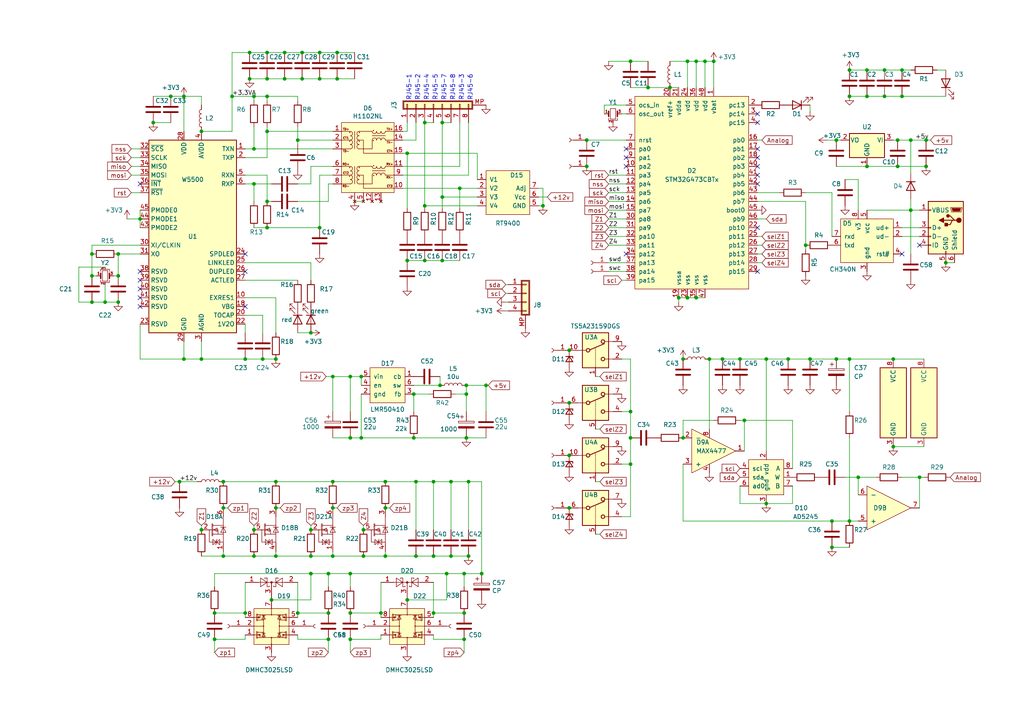
<source format=kicad_sch>
(kicad_sch (version 20211123) (generator eeschema)
  (paper "A4")
  (junction (at 127.635 111.76))
  (junction (at 77.47 22.86))
  (junction (at 86.36 177.8))
  (junction (at 123.19 35.56))
  (junction (at 95.25 166.37))
  (junction (at 82.55 22.86))
  (junction (at 67.31 27.94))
  (junction (at 78.74 173.99))
  (junction (at 214.63 104.14))
  (junction (at 201.93 17.78))
  (junction (at 125.73 177.8))
  (junction (at 58.42 104.14))
  (junction (at 44.45 35.56))
  (junction (at 215.9 121.92))
  (junction (at 198.12 104.14))
  (junction (at 80.01 139.7))
  (junction (at 135.255 111.76))
  (junction (at 234.95 104.14))
  (junction (at 256.54 27.94))
  (junction (at 256.54 20.32))
  (junction (at 101.6 166.37))
  (junction (at 133.35 54.61))
  (junction (at 241.3 158.75))
  (junction (at 62.23 185.42))
  (junction (at 128.27 35.56))
  (junction (at 77.47 15.24))
  (junction (at 246.38 27.94))
  (junction (at 97.79 22.86))
  (junction (at 134.62 166.37))
  (junction (at 80.01 147.32))
  (junction (at 64.77 139.7))
  (junction (at 49.53 27.94))
  (junction (at 77.47 38.1))
  (junction (at 261.62 27.94))
  (junction (at 71.12 104.14))
  (junction (at 53.34 104.14))
  (junction (at 104.775 109.22))
  (junction (at 96.52 147.32))
  (junction (at 242.57 104.14))
  (junction (at 64.77 147.32))
  (junction (at 52.07 139.7))
  (junction (at 165.1 147.32))
  (junction (at 111.76 147.32))
  (junction (at 120.65 139.7))
  (junction (at 64.77 161.29))
  (junction (at 90.17 96.52))
  (junction (at 157.48 59.69))
  (junction (at 72.39 15.24))
  (junction (at 125.73 161.29))
  (junction (at 201.93 86.36))
  (junction (at 130.81 161.29))
  (junction (at 95.25 177.8))
  (junction (at 266.7 138.43))
  (junction (at 207.01 17.78))
  (junction (at 140.97 111.76))
  (junction (at 53.34 27.94))
  (junction (at 205.74 104.14))
  (junction (at 40.64 63.5))
  (junction (at 90.17 153.67))
  (junction (at 86.36 40.64))
  (junction (at 97.79 15.24))
  (junction (at 268.605 48.26))
  (junction (at 246.38 151.13))
  (junction (at 170.18 48.26))
  (junction (at 92.71 22.86))
  (junction (at 199.39 17.78))
  (junction (at 198.12 127))
  (junction (at 90.17 166.37))
  (junction (at 101.6 109.22))
  (junction (at 228.6 104.14))
  (junction (at 259.08 104.14))
  (junction (at 71.12 177.8))
  (junction (at 87.63 15.24))
  (junction (at 260.35 40.64))
  (junction (at 95.25 185.42))
  (junction (at 128.27 57.15))
  (junction (at 129.54 166.37))
  (junction (at 76.2 104.14))
  (junction (at 62.23 177.8))
  (junction (at 199.39 86.36))
  (junction (at 73.66 153.67))
  (junction (at 104.775 127))
  (junction (at 251.46 48.26))
  (junction (at 128.27 75.565))
  (junction (at 242.57 40.64))
  (junction (at 182.88 119.38))
  (junction (at 130.81 139.7))
  (junction (at 123.19 59.69))
  (junction (at 264.16 60.96))
  (junction (at 261.62 20.32))
  (junction (at 204.47 17.78))
  (junction (at 77.47 58.42))
  (junction (at 233.68 71.12))
  (junction (at 82.55 15.24))
  (junction (at 170.18 40.64))
  (junction (at 194.31 25.4))
  (junction (at 34.29 87.63))
  (junction (at 135.255 127))
  (junction (at 139.7 166.37))
  (junction (at 90.17 161.29))
  (junction (at 251.46 27.94))
  (junction (at 111.76 161.29))
  (junction (at 165.1 116.84))
  (junction (at 187.96 25.4))
  (junction (at 134.62 177.8))
  (junction (at 101.6 185.42))
  (junction (at 182.88 127))
  (junction (at 73.66 161.29))
  (junction (at 77.47 27.94))
  (junction (at 165.1 101.6))
  (junction (at 92.71 66.04))
  (junction (at 34.29 80.01))
  (junction (at 72.39 22.86))
  (junction (at 96.52 109.22))
  (junction (at 26.67 73.66))
  (junction (at 264.16 40.64))
  (junction (at 30.48 87.63))
  (junction (at 120.015 127))
  (junction (at 259.08 129.54))
  (junction (at 248.92 138.43))
  (junction (at 34.29 73.66))
  (junction (at 260.35 48.26))
  (junction (at 73.66 43.18))
  (junction (at 73.66 27.94))
  (junction (at 251.46 20.32))
  (junction (at 268.605 40.64))
  (junction (at 118.11 44.45))
  (junction (at 73.66 53.34))
  (junction (at 58.42 38.1))
  (junction (at 118.11 173.99))
  (junction (at 96.52 139.7))
  (junction (at 196.85 86.36))
  (junction (at 135.255 114.3))
  (junction (at 165.1 132.08))
  (junction (at 87.63 22.86))
  (junction (at 105.41 153.67))
  (junction (at 80.01 161.29))
  (junction (at 96.52 161.29))
  (junction (at 134.62 185.42))
  (junction (at 241.3 151.13))
  (junction (at 77.47 66.04))
  (junction (at 182.88 134.62))
  (junction (at 246.38 104.14))
  (junction (at 105.41 161.29))
  (junction (at 125.73 139.7))
  (junction (at 120.015 114.3))
  (junction (at 274.32 76.2))
  (junction (at 80.01 104.14))
  (junction (at 135.89 161.29))
  (junction (at 120.65 161.29))
  (junction (at 26.67 87.63))
  (junction (at 101.6 127))
  (junction (at 135.89 139.7))
  (junction (at 111.76 139.7))
  (junction (at 123.19 75.565))
  (junction (at 246.38 20.32))
  (junction (at 222.25 146.05))
  (junction (at 101.6 177.8))
  (junction (at 209.55 104.14))
  (junction (at 118.11 75.565))
  (junction (at 58.42 153.67))
  (junction (at 110.49 177.8))
  (junction (at 26.67 80.01))
  (junction (at 182.88 17.78))
  (junction (at 92.71 15.24))
  (junction (at 222.25 104.14))
  (no_connect (at 219.71 48.26))
  (no_connect (at 219.71 50.8))
  (no_connect (at 71.12 73.66))
  (no_connect (at 181.61 45.72))
  (no_connect (at 219.71 66.04))
  (no_connect (at 219.71 78.74))
  (no_connect (at 219.71 45.72))
  (no_connect (at 219.71 43.18))
  (no_connect (at 181.61 43.18))
  (no_connect (at 219.71 33.02))
  (no_connect (at 266.7 71.12))
  (no_connect (at 40.64 86.36))
  (no_connect (at 181.61 73.66))
  (no_connect (at 40.64 83.82))
  (no_connect (at 219.71 53.34))
  (no_connect (at 40.64 88.9))
  (no_connect (at 71.12 88.9))
  (no_connect (at 71.12 78.74))
  (no_connect (at 40.64 53.34))
  (no_connect (at 40.64 81.28))
  (no_connect (at 219.71 35.56))
  (no_connect (at 181.61 48.26))
  (no_connect (at 261.62 73.66))
  (no_connect (at 40.64 78.74))
  (wire (pts (xy 134.62 166.37) (xy 139.7 166.37)))
  (wire (pts (xy 228.6 104.14) (xy 222.25 104.14)))
  (wire (pts (xy 36.83 63.5) (xy 40.64 63.5)))
  (wire (pts (xy 260.35 48.26) (xy 251.46 48.26)))
  (wire (pts (xy 73.66 53.34) (xy 78.74 53.34)))
  (wire (pts (xy 95.25 58.42) (xy 95.25 53.34)))
  (wire (pts (xy 102.87 15.24) (xy 97.79 15.24)))
  (wire (pts (xy 176.53 71.12) (xy 181.61 71.12)))
  (wire (pts (xy 120.65 139.7) (xy 125.73 139.7)))
  (wire (pts (xy 181.61 30.48) (xy 175.26 30.48)))
  (wire (pts (xy 156.21 54.61) (xy 157.48 54.61)))
  (wire (pts (xy 86.36 36.83) (xy 86.36 40.64)))
  (wire (pts (xy 73.66 27.94) (xy 73.66 29.21)))
  (wire (pts (xy 38.1 55.88) (xy 40.64 55.88)))
  (wire (pts (xy 38.1 50.8) (xy 40.64 50.8)))
  (wire (pts (xy 67.31 27.94) (xy 73.66 27.94)))
  (wire (pts (xy 127.635 109.22) (xy 127.635 111.76)))
  (wire (pts (xy 40.64 71.12) (xy 26.67 71.12)))
  (wire (pts (xy 182.88 119.38) (xy 182.88 127)))
  (wire (pts (xy 219.71 63.5) (xy 222.25 63.5)))
  (wire (pts (xy 116.84 40.64) (xy 120.65 40.64)))
  (wire (pts (xy 139.7 139.7) (xy 139.7 166.37)))
  (wire (pts (xy 26.67 80.01) (xy 27.94 80.01)))
  (wire (pts (xy 30.48 82.55) (xy 30.48 87.63)))
  (wire (pts (xy 71.12 81.28) (xy 86.36 81.28)))
  (wire (pts (xy 234.95 30.48) (xy 234.95 32.385)))
  (wire (pts (xy 204.47 25.4) (xy 204.47 17.78)))
  (wire (pts (xy 135.255 127) (xy 120.015 127)))
  (wire (pts (xy 264.16 60.96) (xy 251.46 60.96)))
  (wire (pts (xy 58.42 104.14) (xy 53.34 104.14)))
  (wire (pts (xy 176.53 58.42) (xy 181.61 58.42)))
  (wire (pts (xy 214.63 140.97) (xy 214.63 146.05)))
  (wire (pts (xy 134.62 166.37) (xy 134.62 170.18)))
  (wire (pts (xy 241.3 151.13) (xy 246.38 151.13)))
  (wire (pts (xy 86.36 96.52) (xy 90.17 96.52)))
  (wire (pts (xy 118.11 44.45) (xy 138.43 44.45)))
  (wire (pts (xy 135.255 119.38) (xy 135.255 114.3)))
  (wire (pts (xy 146.685 87.63) (xy 147.32 87.63)))
  (wire (pts (xy 123.19 59.69) (xy 123.19 60.325)))
  (wire (pts (xy 71.12 93.98) (xy 71.12 96.52)))
  (wire (pts (xy 180.34 149.86) (xy 182.88 149.86)))
  (wire (pts (xy 176.53 78.74) (xy 181.61 78.74)))
  (wire (pts (xy 73.66 43.18) (xy 96.52 43.18)))
  (wire (pts (xy 134.62 185.42) (xy 134.62 189.23)))
  (wire (pts (xy 182.88 104.14) (xy 182.88 119.38)))
  (wire (pts (xy 80.01 147.32) (xy 81.28 147.32)))
  (wire (pts (xy 96.52 127) (xy 101.6 127)))
  (wire (pts (xy 180.34 134.62) (xy 182.88 134.62)))
  (wire (pts (xy 182.88 134.62) (xy 182.88 149.86)))
  (wire (pts (xy 180.34 119.38) (xy 182.88 119.38)))
  (wire (pts (xy 222.25 104.14) (xy 214.63 104.14)))
  (wire (pts (xy 90.17 76.2) (xy 90.17 81.28)))
  (wire (pts (xy 76.2 104.14) (xy 71.12 104.14)))
  (wire (pts (xy 181.61 33.02) (xy 180.34 33.02)))
  (wire (pts (xy 274.32 76.2) (xy 276.86 76.2)))
  (wire (pts (xy 116.84 38.1) (xy 118.11 38.1)))
  (wire (pts (xy 71.12 43.18) (xy 73.66 43.18)))
  (wire (pts (xy 266.7 138.43) (xy 266.7 147.32)))
  (wire (pts (xy 118.11 35.56) (xy 118.11 38.1)))
  (wire (pts (xy 111.76 161.29) (xy 120.65 161.29)))
  (wire (pts (xy 22.86 87.63) (xy 26.67 87.63)))
  (wire (pts (xy 228.6 104.14) (xy 234.95 104.14)))
  (wire (pts (xy 201.93 17.78) (xy 204.47 17.78)))
  (wire (pts (xy 92.71 22.86) (xy 87.63 22.86)))
  (wire (pts (xy 271.78 20.32) (xy 274.32 20.32)))
  (wire (pts (xy 220.98 73.66) (xy 219.71 73.66)))
  (wire (pts (xy 196.85 25.4) (xy 194.31 25.4)))
  (wire (pts (xy 264.16 40.64) (xy 264.16 50.165)))
  (wire (pts (xy 120.65 153.67) (xy 120.65 139.7)))
  (wire (pts (xy 198.12 121.92) (xy 207.01 121.92)))
  (wire (pts (xy 97.79 15.24) (xy 92.71 15.24)))
  (wire (pts (xy 96.52 109.22) (xy 101.6 109.22)))
  (wire (pts (xy 146.685 82.55) (xy 147.32 82.55)))
  (wire (pts (xy 90.17 166.37) (xy 95.25 166.37)))
  (wire (pts (xy 261.62 27.94) (xy 274.32 27.94)))
  (wire (pts (xy 77.47 36.83) (xy 77.47 38.1)))
  (wire (pts (xy 86.36 168.91) (xy 86.36 177.8)))
  (wire (pts (xy 62.23 166.37) (xy 90.17 166.37)))
  (wire (pts (xy 77.47 66.04) (xy 92.71 66.04)))
  (wire (pts (xy 240.03 40.64) (xy 242.57 40.64)))
  (wire (pts (xy 71.12 53.34) (xy 73.66 53.34)))
  (wire (pts (xy 76.2 91.44) (xy 76.2 96.52)))
  (wire (pts (xy 241.3 55.88) (xy 241.3 68.58)))
  (wire (pts (xy 77.47 15.24) (xy 72.39 15.24)))
  (wire (pts (xy 128.27 35.56) (xy 130.81 35.56)))
  (wire (pts (xy 105.41 152.4) (xy 105.41 153.67)))
  (wire (pts (xy 71.12 76.2) (xy 90.17 76.2)))
  (wire (pts (xy 62.23 170.18) (xy 62.23 166.37)))
  (wire (pts (xy 77.47 50.8) (xy 77.47 58.42)))
  (wire (pts (xy 71.12 91.44) (xy 76.2 91.44)))
  (wire (pts (xy 82.55 15.24) (xy 77.47 15.24)))
  (wire (pts (xy 182.88 17.78) (xy 187.96 17.78)))
  (wire (pts (xy 77.47 38.1) (xy 77.47 45.72)))
  (wire (pts (xy 267.97 104.14) (xy 259.08 104.14)))
  (wire (pts (xy 129.54 166.37) (xy 134.62 166.37)))
  (wire (pts (xy 58.42 38.1) (xy 67.31 38.1)))
  (wire (pts (xy 96.52 139.7) (xy 111.76 139.7)))
  (wire (pts (xy 71.12 177.8) (xy 71.12 179.07)))
  (wire (pts (xy 201.93 25.4) (xy 201.93 17.78)))
  (wire (pts (xy 176.53 55.88) (xy 181.61 55.88)))
  (wire (pts (xy 73.66 36.83) (xy 73.66 43.18)))
  (wire (pts (xy 86.36 41.91) (xy 86.36 40.64)))
  (wire (pts (xy 120.65 161.29) (xy 125.73 161.29)))
  (wire (pts (xy 194.31 17.78) (xy 199.39 17.78)))
  (wire (pts (xy 86.36 40.64) (xy 96.52 40.64)))
  (wire (pts (xy 219.71 58.42) (xy 233.68 58.42)))
  (wire (pts (xy 219.71 68.58) (xy 220.98 68.58)))
  (wire (pts (xy 120.015 127) (xy 104.775 127)))
  (wire (pts (xy 58.42 152.4) (xy 58.42 153.67)))
  (wire (pts (xy 198.12 151.13) (xy 241.3 151.13)))
  (wire (pts (xy 256.54 27.94) (xy 251.46 27.94)))
  (wire (pts (xy 135.89 139.7) (xy 139.7 139.7)))
  (wire (pts (xy 251.46 20.32) (xy 256.54 20.32)))
  (wire (pts (xy 101.6 185.42) (xy 110.49 185.42)))
  (wire (pts (xy 67.31 15.24) (xy 67.31 27.94)))
  (wire (pts (xy 176.53 63.5) (xy 181.61 63.5)))
  (wire (pts (xy 40.64 60.96) (xy 40.64 63.5)))
  (wire (pts (xy 199.39 25.4) (xy 199.39 17.78)))
  (wire (pts (xy 198.12 127) (xy 198.12 121.92)))
  (wire (pts (xy 219.71 40.64) (xy 220.98 40.64)))
  (wire (pts (xy 77.47 22.86) (xy 72.39 22.86)))
  (wire (pts (xy 96.52 147.32) (xy 97.79 147.32)))
  (wire (pts (xy 90.17 152.4) (xy 90.17 153.67)))
  (wire (pts (xy 90.17 161.29) (xy 80.01 161.29)))
  (wire (pts (xy 130.81 161.29) (xy 135.89 161.29)))
  (wire (pts (xy 97.79 22.86) (xy 92.71 22.86)))
  (wire (pts (xy 251.46 27.94) (xy 246.38 27.94)))
  (wire (pts (xy 172.72 124.46) (xy 173.99 124.46)))
  (wire (pts (xy 156.21 57.15) (xy 158.75 57.15)))
  (wire (pts (xy 140.97 111.76) (xy 140.97 119.38)))
  (wire (pts (xy 95.25 166.37) (xy 101.6 166.37)))
  (wire (pts (xy 130.81 139.7) (xy 135.89 139.7)))
  (wire (pts (xy 120.015 111.76) (xy 127.635 111.76)))
  (wire (pts (xy 123.19 35.56) (xy 123.19 59.69)))
  (wire (pts (xy 264.16 60.96) (xy 266.7 60.96)))
  (wire (pts (xy 96.52 119.38) (xy 96.52 109.22)))
  (wire (pts (xy 80.01 104.14) (xy 76.2 104.14)))
  (wire (pts (xy 134.62 185.42) (xy 125.73 185.42)))
  (wire (pts (xy 133.35 48.26) (xy 133.35 35.56)))
  (wire (pts (xy 111.76 161.29) (xy 105.41 161.29)))
  (wire (pts (xy 110.49 185.42) (xy 110.49 184.15)))
  (wire (pts (xy 73.66 66.04) (xy 77.47 66.04)))
  (wire (pts (xy 260.35 48.26) (xy 268.605 48.26)))
  (wire (pts (xy 67.31 27.94) (xy 67.31 38.1)))
  (wire (pts (xy 260.35 40.64) (xy 264.16 40.64)))
  (wire (pts (xy 125.73 139.7) (xy 125.73 153.67)))
  (wire (pts (xy 187.96 25.4) (xy 194.31 25.4)))
  (wire (pts (xy 209.55 104.14) (xy 205.74 104.14)))
  (wire (pts (xy 64.77 161.29) (xy 64.77 160.02)))
  (wire (pts (xy 156.21 59.69) (xy 157.48 59.69)))
  (wire (pts (xy 82.55 22.86) (xy 77.47 22.86)))
  (wire (pts (xy 125.73 177.8) (xy 134.62 177.8)))
  (wire (pts (xy 101.6 185.42) (xy 101.6 189.23)))
  (wire (pts (xy 58.42 99.06) (xy 58.42 104.14)))
  (wire (pts (xy 116.84 44.45) (xy 118.11 44.45)))
  (wire (pts (xy 261.62 66.04) (xy 266.7 66.04)))
  (wire (pts (xy 71.12 168.91) (xy 71.12 177.8)))
  (wire (pts (xy 170.18 40.64) (xy 181.61 40.64)))
  (wire (pts (xy 215.9 130.81) (xy 215.9 121.92)))
  (wire (pts (xy 264.16 40.64) (xy 268.605 40.64)))
  (wire (pts (xy 120.015 119.38) (xy 120.015 114.3)))
  (wire (pts (xy 214.63 121.92) (xy 215.9 121.92)))
  (wire (pts (xy 101.6 109.22) (xy 101.6 119.38)))
  (wire (pts (xy 229.87 121.92) (xy 215.9 121.92)))
  (wire (pts (xy 111.76 147.32) (xy 113.03 147.32)))
  (wire (pts (xy 242.57 40.64) (xy 243.84 40.64)))
  (wire (pts (xy 86.36 27.94) (xy 86.36 29.21)))
  (wire (pts (xy 259.08 40.64) (xy 260.35 40.64)))
  (wire (pts (xy 176.53 66.04) (xy 181.61 66.04)))
  (wire (pts (xy 73.66 58.42) (xy 73.66 53.34)))
  (wire (pts (xy 80.01 160.02) (xy 80.01 161.29)))
  (wire (pts (xy 264.16 57.785) (xy 264.16 60.96)))
  (wire (pts (xy 40.64 104.14) (xy 53.34 104.14)))
  (wire (pts (xy 53.34 27.94) (xy 53.34 38.1)))
  (wire (pts (xy 102.87 58.42) (xy 105.41 58.42)))
  (wire (pts (xy 176.53 76.2) (xy 181.61 76.2)))
  (wire (pts (xy 111.76 139.7) (xy 120.65 139.7)))
  (wire (pts (xy 73.66 152.4) (xy 73.66 153.67)))
  (wire (pts (xy 251.46 48.26) (xy 242.57 48.26)))
  (wire (pts (xy 96.52 38.1) (xy 77.47 38.1)))
  (wire (pts (xy 233.68 58.42) (xy 233.68 71.12)))
  (wire (pts (xy 268.605 40.64) (xy 269.875 40.64)))
  (wire (pts (xy 40.64 63.5) (xy 40.64 66.04)))
  (wire (pts (xy 176.53 68.58) (xy 181.61 68.58)))
  (wire (pts (xy 128.27 75.565) (xy 133.35 75.565)))
  (wire (pts (xy 204.47 17.78) (xy 207.01 17.78)))
  (wire (pts (xy 135.255 114.3) (xy 132.08 114.3)))
  (wire (pts (xy 62.23 185.42) (xy 62.23 189.23)))
  (wire (pts (xy 199.39 17.78) (xy 201.93 17.78)))
  (wire (pts (xy 80.01 86.36) (xy 80.01 96.52)))
  (wire (pts (xy 49.53 27.94) (xy 53.34 27.94)))
  (wire (pts (xy 96.52 161.29) (xy 90.17 161.29)))
  (wire (pts (xy 205.74 104.14) (xy 205.74 124.46)))
  (wire (pts (xy 261.62 138.43) (xy 266.7 138.43)))
  (wire (pts (xy 38.1 43.18) (xy 40.64 43.18)))
  (wire (pts (xy 40.64 93.98) (xy 40.64 104.14)))
  (wire (pts (xy 130.81 139.7) (xy 130.81 153.67)))
  (wire (pts (xy 135.89 139.7) (xy 135.89 153.67)))
  (wire (pts (xy 120.015 114.3) (xy 124.46 114.3)))
  (wire (pts (xy 246.38 104.14) (xy 242.57 104.14)))
  (wire (pts (xy 246.38 20.32) (xy 251.46 20.32)))
  (wire (pts (xy 245.11 138.43) (xy 248.92 138.43)))
  (wire (pts (xy 176.53 50.8) (xy 181.61 50.8)))
  (wire (pts (xy 120.65 35.56) (xy 120.65 40.64)))
  (wire (pts (xy 71.12 50.8) (xy 77.47 50.8)))
  (wire (pts (xy 146.685 85.09) (xy 147.32 85.09)))
  (wire (pts (xy 90.17 48.26) (xy 96.52 48.26)))
  (wire (pts (xy 135.89 50.8) (xy 135.89 35.56)))
  (wire (pts (xy 125.73 185.42) (xy 125.73 184.15)))
  (wire (pts (xy 92.71 50.8) (xy 92.71 66.04)))
  (wire (pts (xy 34.29 80.01) (xy 33.02 80.01)))
  (wire (pts (xy 95.25 185.42) (xy 86.36 185.42)))
  (wire (pts (xy 34.29 87.63) (xy 30.48 87.63)))
  (wire (pts (xy 34.29 73.66) (xy 34.29 80.01)))
  (wire (pts (xy 187.96 25.4) (xy 182.88 25.4)))
  (wire (pts (xy 77.47 27.94) (xy 86.36 27.94)))
  (wire (pts (xy 118.11 60.325) (xy 118.11 44.45)))
  (wire (pts (xy 73.66 161.29) (xy 80.01 161.29)))
  (wire (pts (xy 222.25 146.05) (xy 229.87 146.05)))
  (wire (pts (xy 146.685 90.17) (xy 147.32 90.17)))
  (wire (pts (xy 207.01 25.4) (xy 207.01 17.78)))
  (wire (pts (xy 135.255 127) (xy 140.97 127)))
  (wire (pts (xy 86.36 177.8) (xy 95.25 177.8)))
  (wire (pts (xy 229.87 135.89) (xy 229.87 121.92)))
  (wire (pts (xy 38.1 45.72) (xy 40.64 45.72)))
  (wire (pts (xy 241.3 158.75) (xy 246.38 158.75)))
  (wire (pts (xy 78.74 173.99) (xy 90.17 173.99)))
  (wire (pts (xy 214.63 146.05) (xy 222.25 146.05)))
  (wire (pts (xy 261.62 20.32) (xy 264.16 20.32)))
  (wire (pts (xy 50.8 139.7) (xy 52.07 139.7)))
  (wire (pts (xy 246.38 104.14) (xy 246.38 119.38)))
  (wire (pts (xy 44.45 27.94) (xy 49.53 27.94)))
  (wire (pts (xy 129.54 173.99) (xy 129.54 166.37)))
  (wire (pts (xy 135.255 114.3) (xy 135.255 111.76)))
  (wire (pts (xy 95.25 166.37) (xy 95.25 170.18)))
  (wire (pts (xy 123.19 75.565) (xy 128.27 75.565)))
  (wire (pts (xy 267.97 138.43) (xy 266.7 138.43)))
  (wire (pts (xy 64.77 147.32) (xy 66.04 147.32)))
  (wire (pts (xy 141.605 111.76) (xy 140.97 111.76)))
  (wire (pts (xy 105.41 161.29) (xy 96.52 161.29)))
  (wire (pts (xy 71.12 104.14) (xy 58.42 104.14)))
  (wire (pts (xy 222.25 104.14) (xy 222.25 130.81)))
  (wire (pts (xy 86.36 177.8) (xy 86.36 179.07)))
  (wire (pts (xy 111.76 160.02) (xy 111.76 161.29)))
  (wire (pts (xy 116.84 50.8) (xy 135.89 50.8)))
  (wire (pts (xy 104.775 109.22) (xy 101.6 109.22)))
  (wire (pts (xy 264.16 60.96) (xy 264.16 73.66)))
  (wire (pts (xy 180.34 81.28) (xy 181.61 81.28)))
  (wire (pts (xy 125.73 161.29) (xy 130.81 161.29)))
  (wire (pts (xy 86.36 58.42) (xy 95.25 58.42)))
  (wire (pts (xy 102.87 22.86) (xy 97.79 22.86)))
  (wire (pts (xy 116.84 54.61) (xy 133.35 54.61)))
  (wire (pts (xy 219.71 55.88) (xy 226.06 55.88)))
  (wire (pts (xy 87.63 15.24) (xy 82.55 15.24)))
  (wire (pts (xy 220.98 71.12) (xy 219.71 71.12)))
  (wire (pts (xy 80.01 139.7) (xy 96.52 139.7)))
  (wire (pts (xy 256.54 20.32) (xy 261.62 20.32)))
  (wire (pts (xy 261.62 27.94) (xy 256.54 27.94)))
  (wire (pts (xy 104.775 127) (xy 104.775 114.3)))
  (wire (pts (xy 176.53 60.96) (xy 181.61 60.96)))
  (wire (pts (xy 199.39 86.36) (xy 201.93 86.36)))
  (wire (pts (xy 219.71 76.2) (xy 220.98 76.2)))
  (wire (pts (xy 128.27 57.15) (xy 128.27 60.325)))
  (wire (pts (xy 233.68 71.12) (xy 233.68 72.39)))
  (wire (pts (xy 92.71 50.8) (xy 96.52 50.8)))
  (wire (pts (xy 248.92 143.51) (xy 248.92 138.43)))
  (wire (pts (xy 86.36 53.34) (xy 90.17 53.34)))
  (wire (pts (xy 92.71 15.24) (xy 87.63 15.24)))
  (wire (pts (xy 135.255 111.76) (xy 140.97 111.76)))
  (wire (pts (xy 94.615 109.22) (xy 96.52 109.22)))
  (wire (pts (xy 95.25 53.34) (xy 96.52 53.34)))
  (wire (pts (xy 90.17 53.34) (xy 90.17 48.26)))
  (wire (pts (xy 30.48 77.47) (xy 22.86 77.47)))
  (wire (pts (xy 30.48 87.63) (xy 26.67 87.63)))
  (wire (pts (xy 101.6 170.18) (xy 101.6 166.37)))
  (wire (pts (xy 176.53 17.78) (xy 182.88 17.78)))
  (wire (pts (xy 101.6 177.8) (xy 110.49 177.8)))
  (wire (pts (xy 71.12 185.42) (xy 62.23 185.42)))
  (wire (pts (xy 104.775 111.76) (xy 104.775 109.22)))
  (wire (pts (xy 248.92 60.96) (xy 248.92 52.07)))
  (wire (pts (xy 172.72 154.94) (xy 173.99 154.94)))
  (wire (pts (xy 40.64 73.66) (xy 34.29 73.66)))
  (wire (pts (xy 229.87 146.05) (xy 229.87 140.97)))
  (wire (pts (xy 123.19 35.56) (xy 125.73 35.56)))
  (wire (pts (xy 246.38 151.13) (xy 248.92 151.13)))
  (wire (pts (xy 128.27 35.56) (xy 128.27 57.15)))
  (wire (pts (xy 157.48 59.69) (xy 157.48 54.61)))
  (wire (pts (xy 86.36 185.42) (xy 86.36 184.15)))
  (wire (pts (xy 71.12 184.15) (xy 71.12 185.42)))
  (wire (pts (xy 22.86 77.47) (xy 22.86 87.63)))
  (wire (pts (xy 123.19 59.69) (xy 138.43 59.69)))
  (wire (pts (xy 53.34 104.14) (xy 53.34 99.06)))
  (wire (pts (xy 176.53 53.34) (xy 181.61 53.34)))
  (wire (pts (xy 90.17 173.99) (xy 90.17 166.37)))
  (wire (pts (xy 198.12 134.62) (xy 198.12 151.13)))
  (wire (pts (xy 182.88 127) (xy 182.88 134.62)))
  (wire (pts (xy 245.11 52.07) (xy 248.92 52.07)))
  (wire (pts (xy 64.77 139.7) (xy 80.01 139.7)))
  (wire (pts (xy 53.34 27.94) (xy 58.42 27.94)))
  (wire (pts (xy 133.35 60.325) (xy 133.35 54.61)))
  (wire (pts (xy 101.6 166.37) (xy 129.54 166.37)))
  (wire (pts (xy 87.63 22.86) (xy 82.55 22.86)))
  (wire (pts (xy 49.53 35.56) (xy 44.45 35.56)))
  (wire (pts (xy 125.73 168.91) (xy 125.73 177.8)))
  (wire (pts (xy 118.11 75.565) (xy 123.19 75.565)))
  (wire (pts (xy 201.93 86.36) (xy 204.47 86.36)))
  (wire (pts (xy 138.43 44.45) (xy 138.43 52.07)))
  (wire (pts (xy 196.85 87.63) (xy 196.85 86.36)))
  (wire (pts (xy 233.68 55.88) (xy 241.3 55.88)))
  (wire (pts (xy 110.49 168.91) (xy 110.49 177.8)))
  (wire (pts (xy 77.47 29.21) (xy 77.47 27.94)))
  (wire (pts (xy 261.62 68.58) (xy 266.7 68.58)))
  (wire (pts (xy 62.23 177.8) (xy 71.12 177.8)))
  (wire (pts (xy 72.39 15.24) (xy 67.31 15.24)))
  (wire (pts (xy 73.66 27.94) (xy 77.47 27.94)))
  (wire (pts (xy 58.42 27.94) (xy 58.42 30.48)))
  (wire (pts (xy 196.85 86.36) (xy 199.39 86.36)))
  (wire (pts (xy 259.08 104.14) (xy 246.38 104.14)))
  (wire (pts (xy 267.97 129.54) (xy 259.08 129.54)))
  (wire (pts (xy 248.92 138.43) (xy 254 138.43)))
  (wire (pts (xy 133.35 54.61) (xy 138.43 54.61)))
  (wire (pts (xy 125.73 139.7) (xy 130.81 139.7)))
  (wire (pts (xy 77.47 45.72) (xy 71.12 45.72)))
  (wire (pts (xy 64.77 161.29) (xy 73.66 161.29)))
  (wire (pts (xy 52.07 139.7) (xy 57.15 139.7)))
  (wire (pts (xy 116.84 48.26) (xy 133.35 48.26)))
  (wire (pts (xy 118.11 173.99) (xy 129.54 173.99)))
  (wire (pts (xy 38.1 48.26) (xy 40.64 48.26)))
  (wire (pts (xy 125.73 177.8) (xy 125.73 179.07)))
  (wire (pts (xy 175.26 30.48) (xy 175.26 33.02)))
  (wire (pts (xy 95.25 185.42) (xy 95.25 189.23)))
  (wire (pts (xy 110.49 177.8) (xy 110.49 179.07)))
  (wire (pts (xy 26.67 73.66) (xy 26.67 80.01)))
  (wire (pts (xy 128.27 57.15) (xy 138.43 57.15)))
  (wire (pts (xy 172.72 139.7) (xy 173.99 139.7)))
  (wire (pts (xy 96.52 160.02) (xy 96.52 161.29)))
  (wire (pts (xy 180.34 104.14) (xy 182.88 104.14)))
  (wire (pts (xy 214.63 104.14) (xy 209.55 104.14)))
  (wire (pts (xy 173.99 109.22) (xy 172.72 109.22)))
  (wire (pts (xy 26.67 71.12) (xy 26.67 73.66)))
  (wire (pts (xy 101.6 127) (xy 104.775 127)))
  (wire (pts (xy 246.38 151.13) (xy 246.38 127)))
  (wire (pts (xy 58.42 161.29) (xy 64.77 161.29)))
  (wire (pts (xy 234.95 104.14) (xy 242.57 104.14)))
  (wire (pts (xy 71.12 86.36) (xy 80.01 86.36)))
  (wire (pts (xy 78.74 58.42) (xy 77.47 58.42)))
  (text "RJ45-1" (at 119.38 29.21 90) (effects (font (size 1.27 1.27)) (justify left bottom)))
  (text "RJ45-3" (at 134.62 29.21 90) (effects (font (size 1.27 1.27)) (justify left bottom)))
  (text "RJ45-2" (at 121.92 29.21 90) (effects (font (size 1.27 1.27)) (justify left bottom)))
  (text "RJ45-6" (at 137.16 29.21 90) (effects (font (size 1.27 1.27)) (justify left bottom)))
  (text "RJ45-8" (at 132.08 29.21 90) (effects (font (size 1.27 1.27)) (justify left bottom)))
  (text "RJ45-5" (at 127 29.21 90) (effects (font (size 1.27 1.27)) (justify left bottom)))
  (text "RJ45-4" (at 124.46 29.21 90) (effects (font (size 1.27 1.27)) (justify left bottom)))
  (text "RJ45-7" (at 129.54 29.21 90) (effects (font (size 1.27 1.27)) (justify left bottom)))
  (label "swc" (at 176.53 78.74 0))
  (label "swd" (at 176.53 76.2 0))
  (label "Z3" (at 176.53 68.58 0))
  (label "rst" (at 176.53 50.8 0))
  (label "nss" (at 176.53 53.34 0))
  (label "+12v" (at 52.07 139.7 0))
  (label "mosi" (at 176.53 60.96 0))
  (label "Z4" (at 176.53 71.12 0))
  (label "Z1" (at 176.53 63.5 0))
  (label "sck" (at 176.53 55.88 0))
  (label "+3.3VA" (at 67.31 27.94 0))
  (label "+5v" (at 265.43 40.64 0))
  (label "miso" (at 176.53 58.42 0))
  (label "Z2" (at 176.53 66.04 0))
  (global_label "mosi" (shape input) (at 176.53 60.96 180) (property "Обозначения листов" "${INTERSHEET_REFS}" (effects hide)))
  (global_label "Z4" (shape input) (at 105.41 152.4 90) (property "Обозначения листов" "${INTERSHEET_REFS}" (effects hide)))
  (global_label "zp3" (shape input) (at 101.6 189.23 0) (property "Обозначения листов" "${INTERSHEET_REFS}" (effects hide)))
  (global_label "mosi" (shape input) (at 38.1 50.8 180) (property "Обозначения листов" "${INTERSHEET_REFS}" (effects hide)))
  (global_label "zp1" (shape input) (at 62.23 189.23 0) (property "Обозначения листов" "${INTERSHEET_REFS}" (effects hide)))
  (global_label "selZ4" (shape input) (at 220.98 76.2 0) (property "Обозначения листов" "${INTERSHEET_REFS}" (effects hide)))
  (global_label "sda" (shape input) (at 222.25 63.5 0) (property "Обозначения листов" "${INTERSHEET_REFS}" (effects hide)))
  (global_label "scl" (shape input) (at 180.34 81.28 180) (property "Обозначения листов" "${INTERSHEET_REFS}" (effects hide)))
  (global_label "rst" (shape input) (at 38.1 55.88 180) (property "Обозначения листов" "${INTERSHEET_REFS}" (effects hide)))
  (global_label "+5v" (shape input) (at 141.605 111.76 0) (property "Обозначения листов" "${INTERSHEET_REFS}" (effects hide)))
  (global_label "nss" (shape input) (at 176.53 53.34 180) (property "Обозначения листов" "${INTERSHEET_REFS}" (effects hide)))
  (global_label "+5v" (shape input) (at 269.875 40.64 0) (property "Обозначения листов" "${INTERSHEET_REFS}" (effects hide)))
  (global_label "selZ4" (shape input) (at 173.99 154.94 0) (property "Обозначения листов" "${INTERSHEET_REFS}" (effects hide)))
  (global_label "selZ3" (shape input) (at 173.99 139.7 0) (property "Обозначения листов" "${INTERSHEET_REFS}" (effects hide)))
  (global_label "selZ2" (shape input) (at 173.99 124.46 0) (property "Обозначения листов" "${INTERSHEET_REFS}" (effects hide)))
  (global_label "sda" (shape input) (at 146.685 82.55 180) (property "Обозначения листов" "${INTERSHEET_REFS}" (effects hide)))
  (global_label "zp4" (shape input) (at 113.03 147.32 0) (property "Обозначения листов" "${INTERSHEET_REFS}" (effects hide)))
  (global_label "zp4" (shape input) (at 134.62 189.23 180) (property "Обозначения листов" "${INTERSHEET_REFS}" (effects hide)))
  (global_label "Z2" (shape input) (at 73.66 152.4 90) (property "Обозначения листов" "${INTERSHEET_REFS}" (effects hide)))
  (global_label "scl" (shape input) (at 146.685 85.09 180) (property "Обозначения листов" "${INTERSHEET_REFS}" (effects hide)))
  (global_label "selZ3" (shape input) (at 220.98 73.66 0) (property "Обозначения листов" "${INTERSHEET_REFS}" (effects hide)))
  (global_label "Z3" (shape input) (at 176.53 68.58 180) (property "Обозначения листов" "${INTERSHEET_REFS}" (effects hide)))
  (global_label "sda" (shape input) (at 214.63 138.43 180) (property "Обозначения листов" "${INTERSHEET_REFS}" (effects hide)))
  (global_label "sck" (shape input) (at 176.53 55.88 180) (property "Обозначения листов" "${INTERSHEET_REFS}" (effects hide)))
  (global_label "selZ2" (shape input) (at 220.98 71.12 0) (property "Обозначения листов" "${INTERSHEET_REFS}" (effects hide)))
  (global_label "selZ1" (shape input) (at 220.98 68.58 0) (property "Обозначения листов" "${INTERSHEET_REFS}" (effects hide)))
  (global_label "+12v" (shape input) (at 158.75 57.15 0) (property "Обозначения листов" "${INTERSHEET_REFS}" (effects hide)))
  (global_label "+12v" (shape input) (at 94.615 109.22 180) (property "Обозначения листов" "${INTERSHEET_REFS}" (effects hide)))
  (global_label "Z2" (shape input) (at 176.53 66.04 180) (property "Обозначения листов" "${INTERSHEET_REFS}" (effects hide)))
  (global_label "rst" (shape input) (at 176.53 50.8 180) (property "Обозначения листов" "${INTERSHEET_REFS}" (effects hide)))
  (global_label "scl" (shape input) (at 214.63 135.89 180) (property "Обозначения листов" "${INTERSHEET_REFS}" (effects hide)))
  (global_label "Analog" (shape input) (at 275.59 138.43 0) (property "Обозначения листов" "${INTERSHEET_REFS}" (effects hide)))
  (global_label "Z3" (shape input) (at 90.17 152.4 90) (property "Обозначения листов" "${INTERSHEET_REFS}" (effects hide)))
  (global_label "Z4" (shape input) (at 176.53 71.12 180) (property "Обозначения листов" "${INTERSHEET_REFS}" (effects hide)))
  (global_label "miso" (shape input) (at 38.1 48.26 180) (property "Обозначения листов" "${INTERSHEET_REFS}" (effects hide)))
  (global_label "nss" (shape input) (at 38.1 43.18 180) (property "Обозначения листов" "${INTERSHEET_REFS}" (effects hide)))
  (global_label "zp2" (shape input) (at 81.28 147.32 0) (property "Обозначения листов" "${INTERSHEET_REFS}" (effects hide)))
  (global_label "Z1" (shape input) (at 58.42 152.4 90) (property "Обозначения листов" "${INTERSHEET_REFS}" (effects hide)))
  (global_label "selZ1" (shape input) (at 173.99 109.22 0) (property "Обозначения листов" "${INTERSHEET_REFS}" (effects hide)))
  (global_label "zp1" (shape input) (at 66.04 147.32 0) (property "Обозначения листов" "${INTERSHEET_REFS}" (effects hide)))
  (global_label "zp2" (shape input) (at 95.25 189.23 180) (property "Обозначения листов" "${INTERSHEET_REFS}" (effects hide)))
  (global_label "+12v" (shape input) (at 50.8 139.7 180) (property "Обозначения листов" "${INTERSHEET_REFS}" (effects hide)))
  (global_label "miso" (shape input) (at 176.53 58.42 180) (property "Обозначения листов" "${INTERSHEET_REFS}" (effects hide)))
  (global_label "zp3" (shape input) (at 97.79 147.32 0) (property "Обозначения листов" "${INTERSHEET_REFS}" (effects hide)))
  (global_label "Z1" (shape input) (at 176.53 63.5 180) (property "Обозначения листов" "${INTERSHEET_REFS}" (effects hide)))
  (global_label "Analog" (shape input) (at 220.98 40.64 0) (property "Обозначения листов" "${INTERSHEET_REFS}" (effects hide)))
  (global_label "sck" (shape input) (at 38.1 45.72 180) (property "Обозначения листов" "${INTERSHEET_REFS}" (effects hide)))
  (symbol (lib_id "Anemometer_200_G473-rescue:STM32G473CBTx-My_Library-Anemometer_200_G473-rescue-Anemometer_200_G473-rescue-Anemometer_200_G473-rescue-Anemometer_200_G473-rescue") (at 201.93 55.88 0) (unit 1)
    (property "Reference" "D2" (at 200.66 49.53 0))
    (property "Value" "STM32G473CBTx" (at 200.66 52.07 0))
    (property "Footprint" "Package_QFP:LQFP-48_7x7mm_P0.5mm" (effects hide))
  )
  (symbol (lib_id "power:GND") (at 196.85 87.63 0) (unit 1)
    (property "Reference" "#PWR013" (effects hide))
    (property "Value" "GND" (effects hide))
  )
  (symbol (lib_id "Device:L") (at 194.31 21.59 180) (unit 1)
    (property "Reference" "L1" (at 195.4022 21.59 0) (effects (justify right)))
    (property "Value" "L" (effects hide))
    (property "Footprint" "Inductor_SMD:L_0805_2012Metric" (effects hide))
  )
  (symbol (lib_id "Device:C") (at 246.38 24.13 0) (unit 1)
    (property "Reference" "C1" (at 246.38 21.59 0) (effects (justify left)))
    (property "Value" "C" (effects hide))
    (property "Footprint" "Capacitor_SMD:C_0603_1608Metric" (effects hide))
  )
  (symbol (lib_id "Device:C") (at 251.46 24.13 0) (unit 1)
    (property "Reference" "C2" (at 251.46 21.59 0) (effects (justify left)))
    (property "Value" "C" (effects hide))
    (property "Footprint" "Capacitor_SMD:C_0805_2012Metric" (effects hide))
  )
  (symbol (lib_id "Device:C") (at 256.54 24.13 0) (unit 1)
    (property "Reference" "C3" (at 256.54 21.59 0) (effects (justify left)))
    (property "Value" "C" (effects hide))
    (property "Footprint" "Capacitor_SMD:C_0805_2012Metric" (effects hide))
  )
  (symbol (lib_id "Device:C") (at 261.62 24.13 0) (unit 1)
    (property "Reference" "C4" (at 261.62 21.59 0) (effects (justify left)))
    (property "Value" "C" (effects hide))
    (property "Footprint" "Capacitor_SMD:C_0805_2012Metric" (effects hide))
  )
  (symbol (lib_id "Device:C") (at 170.18 44.45 0) (unit 1)
    (property "Reference" "C7" (at 172.72 41.91 0))
    (property "Value" "C" (effects hide))
    (property "Footprint" "Capacitor_SMD:C_0402_1005Metric" (effects hide))
  )
  (symbol (lib_id "power:GND") (at 170.18 48.26 0) (unit 1)
    (property "Reference" "#PWR07" (effects hide))
    (property "Value" "GND" (effects hide))
  )
  (symbol (lib_id "Device:Crystal_GND2_Small") (at 177.8 33.02 0) (unit 1)
    (property "Reference" "Y1" (at 177.8 29.6418 0))
    (property "Value" "16" (effects hide))
    (property "Footprint" "Crystal:Resonator_SMD_muRata_CSTxExxV-3Pin_3.0x1.1mm" (effects hide))
  )
  (symbol (lib_id "power:GND") (at 177.8 35.56 0) (unit 1)
    (property "Reference" "#PWR04" (effects hide))
    (property "Value" "GND" (effects hide))
  )
  (symbol (lib_id "Anemometer_200_G473-rescue:+3.3V-power") (at 207.01 17.78 0) (unit 1)
    (property "Reference" "#PWR02" (effects hide))
    (property "Value" "+3.3V" (at 210.82 16.51 0))
  )
  (symbol (lib_id "Anemometer_200_G473-rescue:+3.3V-power") (at 246.38 20.32 0) (unit 1)
    (property "Reference" "#PWR01" (effects hide))
    (property "Value" "+3.3V" (at 246.761 15.9258 0))
  )
  (symbol (lib_id "power:GND") (at 246.38 27.94 0) (unit 1)
    (property "Reference" "#PWR03" (effects hide))
    (property "Value" "GND" (effects hide))
  )
  (symbol (lib_id "Connector:Conn_01x01_Female") (at 165.1 40.64 180) (unit 1)
    (property "Reference" "J1" (effects hide))
    (property "Value" "Conn_01x01_Female" (effects hide))
    (property "Footprint" "lib:conn_mini" (effects hide))
  )
  (symbol (lib_id "power:GND") (at 251.46 78.74 0) (unit 1)
    (property "Reference" "#PWR012" (effects hide))
    (property "Value" "GND" (effects hide))
  )
  (symbol (lib_id "Connector:USB_B_Micro") (at 274.32 66.04 0) (mirror y) (unit 1)
    (property "Reference" "J11" (effects hide))
    (property "Value" "USB_B_Micro" (effects hide))
    (property "Footprint" "Connector_USB:USB_Micro-B_Molex_47346-0001" (effects hide))
  )
  (symbol (lib_id "power:GND") (at 274.32 76.2 0) (unit 1)
    (property "Reference" "#PWR011" (effects hide))
    (property "Value" "GND" (effects hide))
  )
  (symbol (lib_id "Device:R") (at 229.87 55.88 270) (unit 1)
    (property "Reference" "R3" (at 229.87 52.959 90))
    (property "Value" "R" (effects hide))
    (property "Footprint" "Resistor_SMD:R_0603_1608Metric" (effects hide))
  )
  (symbol (lib_id "Device:R") (at 237.49 71.12 270) (unit 1)
    (property "Reference" "R4" (at 237.49 68.199 90))
    (property "Value" "R" (effects hide))
    (property "Footprint" "Resistor_SMD:R_0603_1608Metric" (effects hide))
  )
  (symbol (lib_id "Device:R") (at 233.68 76.2 180) (unit 1)
    (property "Reference" "R5" (at 236.22 77.47 90) (effects (justify right)))
    (property "Value" "R" (effects hide))
    (property "Footprint" "Resistor_SMD:R_0603_1608Metric" (effects hide))
  )
  (symbol (lib_id "power:GND") (at 233.68 80.01 0) (unit 1)
    (property "Reference" "#PWR010" (effects hide))
    (property "Value" "GND" (effects hide))
  )
  (symbol (lib_id "Device:C") (at 245.11 55.88 0) (unit 1)
    (property "Reference" "C8" (at 242.57 53.34 0))
    (property "Value" "C" (effects hide))
    (property "Footprint" "Capacitor_SMD:C_0603_1608Metric" (effects hide))
  )
  (symbol (lib_id "power:GND") (at 245.11 59.69 0) (unit 1)
    (property "Reference" "#PWR08" (effects hide))
    (property "Value" "GND" (effects hide))
  )
  (symbol (lib_id "power:GND") (at 219.71 60.96 90) (unit 1)
    (property "Reference" "#PWR09" (effects hide))
    (property "Value" "GND" (effects hide))
  )
  (symbol (lib_id "Device:R") (at 223.52 30.48 90) (unit 1)
    (property "Reference" "R2" (at 223.52 33.02 90))
    (property "Value" "R" (effects hide))
    (property "Footprint" "Resistor_SMD:R_0603_1608Metric" (effects hide))
  )
  (symbol (lib_id "Device:LED") (at 231.14 30.48 180) (unit 1)
    (property "Reference" "D1" (at 231.14 33.02 0))
    (property "Value" "LED" (effects hide))
    (property "Footprint" "LED_SMD:LED_0603_1608Metric" (effects hide))
  )
  (symbol (lib_id "power:GND") (at 234.95 32.385 0) (unit 1)
    (property "Reference" "#PWR05" (effects hide))
    (property "Value" "GND" (effects hide))
  )
  (symbol (lib_id "Connector:Conn_01x01_Female") (at 171.45 76.2 180) (unit 1)
    (property "Reference" "J20" (effects hide))
    (property "Value" "Conn_01x01_Female" (effects hide))
    (property "Footprint" "lib:conn_mini" (effects hide))
  )
  (symbol (lib_id "Connector:Conn_01x01_Female") (at 171.45 78.74 180) (unit 1)
    (property "Reference" "J21" (effects hide))
    (property "Value" "Conn_01x01_Female" (effects hide))
    (property "Footprint" "lib:conn_mini" (effects hide))
  )
  (symbol (lib_id "Regulator_Linear:NCP1117-5.0_SOT223") (at 251.46 40.64 0) (mirror y) (unit 1)
    (property "Reference" "U2" (at 251.46 36.8046 0))
    (property "Value" "NCP1117-3.3" (effects hide))
    (property "Footprint" "Package_TO_SOT_SMD:SOT-223-3_TabPin2" (effects hide))
    (property "Datasheet" "http://www.onsemi.com/pub_link/Collateral/NCP1117-D.PDF" (effects hide))
  )
  (symbol (lib_id "Anemometer_200_G473-rescue:+3.3V-power") (at 240.03 40.64 90) (unit 1)
    (property "Reference" "#PWR014" (effects hide))
    (property "Value" "+3.3V" (at 241.3 39.37 90))
  )
  (symbol (lib_id "Device:C") (at 260.35 44.45 0) (unit 1)
    (property "Reference" "C10" (at 257.81 46.99 0))
    (property "Value" "C" (effects hide))
    (property "Footprint" "Capacitor_SMD:C_0805_2012Metric" (effects hide))
  )
  (symbol (lib_id "Device:C") (at 242.57 44.45 0) (unit 1)
    (property "Reference" "C9" (at 237.49 44.45 0))
    (property "Value" "C" (effects hide))
    (property "Footprint" "Capacitor_SMD:C_0603_1608Metric" (effects hide))
  )
  (symbol (lib_id "Device:C") (at 187.96 21.59 180) (unit 1)
    (property "Reference" "C11" (at 187.96 24.13 0) (effects (justify left)))
    (property "Value" "C" (effects hide))
    (property "Footprint" "Capacitor_SMD:C_0805_2012Metric" (effects hide))
  )
  (symbol (lib_id "power:GND") (at 176.53 17.78 0) (unit 1)
    (property "Reference" "#PWR0101" (effects hide))
    (property "Value" "GND" (effects hide))
  )
  (symbol (lib_id "Device:C") (at 268.605 44.45 0) (unit 1)
    (property "Reference" "C12" (at 273.05 43.815 0))
    (property "Value" "C" (effects hide))
    (property "Footprint" "Capacitor_SMD:C_0805_2012Metric" (effects hide))
  )
  (symbol (lib_id "power:GND") (at 268.605 48.26 0) (unit 1)
    (property "Reference" "#PWR0102" (effects hide))
    (property "Value" "GND" (effects hide))
  )
  (symbol (lib_id "Device:D") (at 264.16 53.975 270) (unit 1)
    (property "Reference" "D4" (at 259.08 53.975 90) (effects (justify left)))
    (property "Value" "D" (effects hide))
    (property "Footprint" "Diode_SMD:D_MiniMELF" (effects hide))
  )
  (symbol (lib_id "Diode:BAT54C") (at 78.74 168.91 0) (unit 1)
    (property "Reference" "D16" (at 78.74 165.5318 0))
    (property "Value" "BAT54C" (effects hide))
    (property "Footprint" "Package_TO_SOT_SMD:SOT-23" (effects hide))
    (property "Datasheet" "http://www.diodes.com/_files/datasheets/ds11005.pdf" (effects hide))
  )
  (symbol (lib_id "Device:C") (at 182.88 21.59 180) (unit 1)
    (property "Reference" "C5" (at 182.88 24.13 0) (effects (justify left)))
    (property "Value" "C" (effects hide))
    (property "Footprint" "Capacitor_SMD:C_0805_2012Metric" (effects hide))
  )
  (symbol (lib_id "Device:R") (at 267.97 20.32 90) (unit 1)
    (property "Reference" "R1" (at 267.97 22.86 90))
    (property "Value" "R" (effects hide))
    (property "Footprint" "Resistor_SMD:R_0603_1608Metric" (effects hide))
  )
  (symbol (lib_id "Device:LED") (at 274.32 24.13 90) (unit 1)
    (property "Reference" "D3" (at 278.13 21.59 90))
    (property "Value" "LED" (effects hide))
    (property "Footprint" "LED_SMD:LED_0603_1608Metric" (effects hide))
  )
  (symbol (lib_id "Anemometer_200_G473-rescue:Conn_01x04_Shielded-My_Library-Anemometer_200_G473-rescue-Anemometer_200_G473-rescue-Anemometer_200_G473-rescue-Anemometer_200_G473-rescue") (at 152.4 85.09 0) (unit 1)
    (property "Reference" "J8" (at 154.6352 88.4682 0) (effects (justify left)))
    (property "Value" "Conn_01x04_Shielded" (effects hide))
    (property "Footprint" "Connector_JST:JST_SH_BM04B-SRSS-TB_1x04-1MP_P1.00mm_Vertical" (effects hide))
  )
  (symbol (lib_id "Anemometer_200_G473-rescue:+3.3V-power") (at 146.685 90.17 90) (unit 1)
    (property "Reference" "#PWR028" (effects hide))
    (property "Value" "+3.3V" (at 140.335 90.17 90))
  )
  (symbol (lib_id "power:GND") (at 146.685 87.63 270) (unit 1)
    (property "Reference" "#PWR029" (effects hide))
    (property "Value" "GND" (effects hide))
  )
  (symbol (lib_id "power:GND") (at 152.4 95.25 0) (unit 1)
    (property "Reference" "#PWR030" (effects hide))
    (property "Value" "GND" (effects hide))
  )
  (symbol (lib_id "Diode:BAT54C") (at 118.11 168.91 0) (unit 1)
    (property "Reference" "D20" (at 118.11 165.5318 0))
    (property "Value" "BAT54C" (effects hide))
    (property "Footprint" "Package_TO_SOT_SMD:SOT-23" (effects hide))
    (property "Datasheet" "http://www.diodes.com/_files/datasheets/ds11005.pdf" (effects hide))
  )
  (symbol (lib_id "Anemometer_200_G473-rescue:CH340N-My_Library-Anemometer_200_G473-rescue-Anemometer_200_G473-rescue-Anemometer_200_G473-rescue-Anemometer_200_G473-rescue") (at 251.46 71.12 0) (mirror y) (unit 1)
    (property "Reference" "D5" (at 245.745 64.77 0))
    (property "Value" "CH340N" (at 244.475 78.105 0))
    (property "Footprint" "Package_SO:SOP-8_3.9x4.9mm_P1.27mm" (effects hide))
  )
  (symbol (lib_id "Device:R") (at 95.25 173.99 0) (mirror y) (unit 1)
    (property "Reference" "R34" (at 96.52 175.26 0) (effects (justify right)))
    (property "Value" "12.4k" (effects hide))
    (property "Footprint" "Resistor_SMD:R_0402_1005Metric" (effects hide))
  )
  (symbol (lib_id "Device:R") (at 62.23 173.99 0) (mirror x) (unit 1)
    (property "Reference" "R36" (at 60.96 172.72 0) (effects (justify right)))
    (property "Value" "12.4k" (effects hide))
    (property "Footprint" "Resistor_SMD:R_0402_1005Metric" (effects hide))
  )
  (symbol (lib_id "Device:R") (at 101.6 173.99 0) (mirror x) (unit 1)
    (property "Reference" "R40" (at 100.33 172.72 0) (effects (justify right)))
    (property "Value" "12.4k" (effects hide))
    (property "Footprint" "Resistor_SMD:R_0402_1005Metric" (effects hide))
  )
  (symbol (lib_id "Device:R") (at 134.62 173.99 0) (mirror x) (unit 1)
    (property "Reference" "R38" (at 133.35 172.72 0) (effects (justify right)))
    (property "Value" "12.4k" (effects hide))
    (property "Footprint" "Resistor_SMD:R_0402_1005Metric" (effects hide))
  )
  (symbol (lib_id "Analog_Switch:TS5A23159DGS") (at 172.72 101.6 0) (unit 1)
    (property "Reference" "U3" (at 171.45 97.79 0))
    (property "Value" "TS5A23159DGS" (at 172.72 94.5896 0))
    (property "Footprint" "Package_SO:VSSOP-10_3x3mm_P0.5mm" (effects hide))
    (property "Datasheet" "http://www.ti.com/lit/ds/symlink/ts5a23159.pdf" (effects hide))
  )
  (symbol (lib_id "Analog_Switch:TS5A23159DGS") (at 172.72 116.84 0) (unit 2)
    (property "Reference" "U3" (at 171.45 113.03 0))
    (property "Value" "TS5A23159DGS" (effects hide))
    (property "Footprint" "Package_SO:VSSOP-10_3x3mm_P0.5mm" (effects hide))
    (property "Datasheet" "http://www.ti.com/lit/ds/symlink/ts5a23159.pdf" (effects hide))
  )
  (symbol (lib_id "Analog_Switch:TS5A23159DGS") (at 259.08 116.84 0) (unit 3)
    (property "Reference" "U3" (effects hide))
    (property "Value" "TS5A23159DGS" (effects hide))
    (property "Footprint" "Package_SO:VSSOP-10_3x3mm_P0.5mm" (effects hide))
    (property "Datasheet" "http://www.ti.com/lit/ds/symlink/ts5a23159.pdf" (effects hide))
  )
  (symbol (lib_id "Anemometer_200_G473-rescue:MAX4477-My_Library-Anemometer_200_G473-rescue-Anemometer_200_G473-rescue-Anemometer_200_G473-rescue") (at 207.01 130.81 0) (unit 1)
    (property "Reference" "D9" (at 201.93 128.27 0) (effects (justify left)))
    (property "Value" "MAX4477" (at 201.93 130.81 0) (effects (justify left)))
    (property "Footprint" "Package_SO:MSOP-8_3x3mm_P0.65mm" (effects hide))
  )
  (symbol (lib_id "Anemometer_200_G473-rescue:MAX4477-My_Library-Anemometer_200_G473-rescue-Anemometer_200_G473-rescue-Anemometer_200_G473-rescue") (at 257.81 147.32 0) (unit 2)
    (property "Reference" "D9" (at 255.27 147.32 0))
    (property "Value" "MAX4477" (effects hide))
    (property "Footprint" "Package_SO:MSOP-8_3x3mm_P0.65mm" (effects hide))
  )
  (symbol (lib_id "Anemometer_200_G473-rescue:AD5245-My_Library-My_Library-Anemometer_200_G473-rescue-Anemometer_200_G473-rescue-Anemometer_200_G473-rescue") (at 222.25 140.97 0) (unit 1)
    (property "Reference" "D10" (at 232.41 147.32 0))
    (property "Value" "AD5245" (at 233.68 149.86 0))
    (property "Footprint" "Package_SO:MSOP-8_3x3mm_P0.65mm" (effects hide))
  )
  (symbol (lib_id "Analog_Switch:TS5A23159DGS") (at 172.72 132.08 0) (unit 1)
    (property "Reference" "U4" (at 171.45 128.27 0))
    (property "Value" "TS5A23159DGS" (effects hide))
    (property "Footprint" "Package_SO:VSSOP-10_3x3mm_P0.5mm" (effects hide))
    (property "Datasheet" "http://www.ti.com/lit/ds/symlink/ts5a23159.pdf" (effects hide))
  )
  (symbol (lib_id "Analog_Switch:TS5A23159DGS") (at 172.72 147.32 0) (unit 2)
    (property "Reference" "U4" (at 171.45 143.51 0))
    (property "Value" "TS5A23159DGS" (effects hide))
    (property "Footprint" "Package_SO:VSSOP-10_3x3mm_P0.5mm" (effects hide))
    (property "Datasheet" "http://www.ti.com/lit/ds/symlink/ts5a23159.pdf" (effects hide))
  )
  (symbol (lib_id "Analog_Switch:TS5A23159DGS") (at 267.97 116.84 0) (unit 3)
    (property "Reference" "U4" (effects hide))
    (property "Value" "TS5A23159DGS" (effects hide))
    (property "Footprint" "Package_SO:VSSOP-10_3x3mm_P0.5mm" (effects hide))
    (property "Datasheet" "http://www.ti.com/lit/ds/symlink/ts5a23159.pdf" (effects hide))
  )
  (symbol (lib_id "Interface_Ethernet:W5500") (at 55.88 68.58 0) (unit 1)
    (property "Reference" "U1" (at 55.88 68.58 0))
    (property "Value" "W5500" (at 55.88 52.07 0))
    (property "Footprint" "Package_QFP:LQFP-48_7x7mm_P0.5mm" (effects hide))
    (property "Datasheet" "http://wizwiki.net/wiki/lib/exe/fetch.php/products:w5500:w5500_ds_v109e.pdf" (effects hide))
  )
  (symbol (lib_id "Anemometer_200_G473-rescue:H1102NL-My_Library") (at 106.68 45.72 0) (unit 1)
    (property "Reference" "D6" (at 106.68 31.369 0))
    (property "Value" "H1102NL" (at 106.68 33.6804 0))
    (property "Footprint" "My-library:H1102N" (effects hide))
  )
  (symbol (lib_id "Device:D_Zener_Small") (at 165.1 104.14 270) (unit 1)
    (property "Reference" "D11" (at 160.02 104.14 90) (effects (justify left)))
    (property "Value" "D_Zener_Small" (effects hide))
    (property "Footprint" "Diode_SMD:D_SOD-123" (effects hide))
  )
  (symbol (lib_id "Device:D_Zener_Small") (at 165.1 119.38 270) (unit 1)
    (property "Reference" "D12" (at 160.02 119.38 90) (effects (justify left)))
    (property "Value" "D_Zener_Small" (effects hide))
    (property "Footprint" "Diode_SMD:D_SOD-123" (effects hide))
  )
  (symbol (lib_id "Device:D_Zener_Small") (at 165.1 134.62 270) (unit 1)
    (property "Reference" "D13" (at 160.02 134.62 90) (effects (justify left)))
    (property "Value" "D_Zener_Small" (effects hide))
    (property "Footprint" "Diode_SMD:D_SOD-123" (effects hide))
  )
  (symbol (lib_id "Device:D_Zener_Small") (at 165.1 149.86 270) (unit 1)
    (property "Reference" "D14" (at 160.02 149.86 90) (effects (justify left)))
    (property "Value" "D_Zener_Small" (effects hide))
    (property "Footprint" "Diode_SMD:D_SOD-123" (effects hide))
  )
  (symbol (lib_id "Device:R") (at 86.36 85.09 180) (unit 1)
    (property "Reference" "R16" (at 81.28 82.55 0) (effects (justify right)))
    (property "Value" "510" (effects hide))
    (property "Footprint" "Resistor_SMD:R_0402_1005Metric" (effects hide))
  )
  (symbol (lib_id "Device:R") (at 90.17 85.09 180) (unit 1)
    (property "Reference" "R17" (at 92.71 83.82 0) (effects (justify right)))
    (property "Value" "510" (effects hide))
    (property "Footprint" "Resistor_SMD:R_0402_1005Metric" (effects hide))
  )
  (symbol (lib_id "Device:LED") (at 86.36 92.71 270) (unit 1)
    (property "Reference" "D7" (effects hide))
    (property "Value" "red" (at 83.185 92.71 90))
    (property "Footprint" "LED_SMD:LED_0603_1608Metric" (effects hide))
  )
  (symbol (lib_id "Device:LED") (at 90.17 92.71 270) (unit 1)
    (property "Reference" "D8" (effects hide))
    (property "Value" "green" (at 92.71 90.17 90))
    (property "Footprint" "LED_SMD:LED_0603_1608Metric" (effects hide))
  )
  (symbol (lib_id "power:GND") (at 102.87 58.42 0) (unit 1)
    (property "Reference" "#PWR019" (effects hide))
    (property "Value" "GND" (effects hide))
  )
  (symbol (lib_id "power:GND") (at 80.01 104.14 0) (unit 1)
    (property "Reference" "#PWR025" (effects hide))
    (property "Value" "GND" (effects hide))
  )
  (symbol (lib_id "Anemometer_200_G473-rescue:+3.3V-power") (at 53.34 27.94 0) (unit 1)
    (property "Reference" "#PWR06" (effects hide))
    (property "Value" "+3.3V" (at 49.53 25.4 0))
  )
  (symbol (lib_id "Device:L") (at 58.42 34.29 180) (unit 1)
    (property "Reference" "L2" (at 59.5122 34.29 0) (effects (justify right)))
    (property "Value" "10u" (effects hide))
    (property "Footprint" "Inductor_SMD:L_0805_2012Metric" (effects hide))
  )
  (symbol (lib_id "Device:C") (at 134.62 181.61 0) (unit 1)
    (property "Reference" "C50" (at 135.89 184.15 0) (effects (justify left)))
    (property "Value" "85n" (effects hide))
    (property "Footprint" "Capacitor_SMD:C_0603_1608Metric" (effects hide))
  )
  (symbol (lib_id "Anemometer_200_G473-rescue:+3.3V-power") (at 36.83 63.5 0) (unit 1)
    (property "Reference" "#PWR020" (effects hide))
    (property "Value" "+3.3V" (at 33.02 60.96 0))
  )
  (symbol (lib_id "Device:R") (at 80.01 100.33 180) (unit 1)
    (property "Reference" "R18" (at 81.28 99.06 0) (effects (justify right)))
    (property "Value" "12.4k" (effects hide))
    (property "Footprint" "Resistor_SMD:R_0402_1005Metric" (effects hide))
  )
  (symbol (lib_id "Device:C") (at 76.2 100.33 0) (unit 1)
    (property "Reference" "C24" (at 76.2 106.68 0))
    (property "Value" "4.7u" (effects hide))
    (property "Footprint" "Capacitor_SMD:C_0402_1005Metric" (effects hide))
  )
  (symbol (lib_id "Device:C") (at 71.12 100.33 0) (unit 1)
    (property "Reference" "C23" (at 69.85 106.68 0))
    (property "Value" "10n" (effects hide))
    (property "Footprint" "Capacitor_SMD:C_0402_1005Metric" (effects hide))
  )
  (symbol (lib_id "Anemometer_200_G473-rescue:+3.3V-power") (at 90.17 96.52 270) (unit 1)
    (property "Reference" "#PWR024" (effects hide))
    (property "Value" "+3.3V" (at 90.805 99.06 90))
  )
  (symbol (lib_id "Device:C") (at 101.6 181.61 0) (unit 1)
    (property "Reference" "C51" (at 96.52 184.15 0) (effects (justify left)))
    (property "Value" "85n" (effects hide))
    (property "Footprint" "Capacitor_SMD:C_0603_1608Metric" (effects hide))
  )
  (symbol (lib_id "Device:C") (at 62.23 181.61 0) (unit 1)
    (property "Reference" "C49" (at 57.15 184.15 0) (effects (justify left)))
    (property "Value" "85n" (effects hide))
    (property "Footprint" "Capacitor_SMD:C_0603_1608Metric" (effects hide))
  )
  (symbol (lib_id "Device:C") (at 95.25 181.61 0) (unit 1)
    (property "Reference" "C48" (at 96.52 184.15 0) (effects (justify left)))
    (property "Value" "85n" (effects hide))
    (property "Footprint" "Capacitor_SMD:C_0603_1608Metric" (effects hide))
  )
  (symbol (lib_id "Device:R") (at 30.48 73.66 90) (unit 1)
    (property "Reference" "R15" (at 29.21 69.85 90) (effects (justify right)))
    (property "Value" "1M" (effects hide))
    (property "Footprint" "Resistor_SMD:R_0402_1005Metric" (effects hide))
  )
  (symbol (lib_id "Device:C") (at 34.29 83.82 0) (unit 1)
    (property "Reference" "C22" (at 30.48 91.44 0))
    (property "Value" "10" (effects hide))
    (property "Footprint" "Capacitor_SMD:C_0402_1005Metric" (effects hide))
  )
  (symbol (lib_id "Device:C") (at 26.67 83.82 0) (unit 1)
    (property "Reference" "C21" (at 19.05 83.82 0))
    (property "Value" "10" (effects hide))
    (property "Footprint" "Capacitor_SMD:C_0402_1005Metric" (effects hide))
  )
  (symbol (lib_id "power:GND") (at 34.29 87.63 0) (unit 1)
    (property "Reference" "#PWR023" (effects hide))
    (property "Value" "GND" (effects hide))
  )
  (symbol (lib_id "power:GND") (at 165.1 106.68 0) (unit 1)
    (property "Reference" "#PWR035" (effects hide))
    (property "Value" "GND" (effects hide))
  )
  (symbol (lib_id "Device:R") (at 73.66 33.02 180) (unit 1)
    (property "Reference" "R6" (at 68.58 31.75 0) (effects (justify right)))
    (property "Value" "49.9" (effects hide))
    (property "Footprint" "Resistor_SMD:R_0402_1005Metric" (effects hide))
  )
  (symbol (lib_id "Device:R") (at 77.47 33.02 180) (unit 1)
    (property "Reference" "R7" (at 78.74 31.75 0) (effects (justify right)))
    (property "Value" "49.9" (effects hide))
    (property "Footprint" "Resistor_SMD:R_0402_1005Metric" (effects hide))
  )
  (symbol (lib_id "Connector:Conn_01x01_Female") (at 160.02 101.6 180) (unit 1)
    (property "Reference" "J17" (effects hide))
    (property "Value" "Conn_01x01_Female" (effects hide))
    (property "Footprint" "lib:conn_mini" (effects hide))
  )
  (symbol (lib_id "Connector:Conn_01x01_Female") (at 160.02 116.84 180) (unit 1)
    (property "Reference" "J22" (effects hide))
    (property "Value" "Conn_01x01_Female" (effects hide))
    (property "Footprint" "lib:conn_mini" (effects hide))
  )
  (symbol (lib_id "Connector:Conn_01x01_Female") (at 160.02 132.08 180) (unit 1)
    (property "Reference" "J23" (effects hide))
    (property "Value" "Conn_01x01_Female" (effects hide))
    (property "Footprint" "lib:conn_mini" (effects hide))
  )
  (symbol (lib_id "Connector:Conn_01x01_Female") (at 160.02 147.32 180) (unit 1)
    (property "Reference" "J24" (effects hide))
    (property "Value" "Conn_01x01_Female" (effects hide))
    (property "Footprint" "lib:conn_mini" (effects hide))
  )
  (symbol (lib_id "power:GND") (at 165.1 121.92 0) (unit 1)
    (property "Reference" "#PWR036" (effects hide))
    (property "Value" "GND" (effects hide))
  )
  (symbol (lib_id "power:GND") (at 165.1 137.16 0) (unit 1)
    (property "Reference" "#PWR037" (effects hide))
    (property "Value" "GND" (effects hide))
  )
  (symbol (lib_id "power:GND") (at 165.1 152.4 0) (unit 1)
    (property "Reference" "#PWR038" (effects hide))
    (property "Value" "GND" (effects hide))
  )
  (symbol (lib_id "Device:R") (at 86.36 33.02 180) (unit 1)
    (property "Reference" "R8" (at 87.63 31.75 0) (effects (justify right)))
    (property "Value" "10" (effects hide))
    (property "Footprint" "Resistor_SMD:R_0402_1005Metric" (effects hide))
  )
  (symbol (lib_id "Device:C") (at 86.36 45.72 0) (unit 1)
    (property "Reference" "C6" (at 90.17 45.72 0))
    (property "Value" "22n" (effects hide))
    (property "Footprint" "Capacitor_SMD:C_0402_1005Metric" (effects hide))
  )
  (symbol (lib_id "Device:C") (at 82.55 53.34 270) (unit 1)
    (property "Reference" "C13" (at 82.55 49.53 90))
    (property "Value" "6.8n" (effects hide))
    (property "Footprint" "Capacitor_SMD:C_0402_1005Metric" (effects hide))
  )
  (symbol (lib_id "Device:C") (at 82.55 58.42 270) (mirror x) (unit 1)
    (property "Reference" "C14" (at 86.36 60.96 90))
    (property "Value" "6.8n" (effects hide))
    (property "Footprint" "Capacitor_SMD:C_0402_1005Metric" (effects hide))
  )
  (symbol (lib_id "Device:R") (at 77.47 62.23 180) (unit 1)
    (property "Reference" "R14" (at 80.01 62.23 0) (effects (justify right)))
    (property "Value" "82" (effects hide))
    (property "Footprint" "Resistor_SMD:R_0402_1005Metric" (effects hide))
  )
  (symbol (lib_id "Device:R") (at 73.66 62.23 180) (unit 1)
    (property "Reference" "R13" (at 72.39 67.31 0) (effects (justify right)))
    (property "Value" "82" (effects hide))
    (property "Footprint" "Resistor_SMD:R_0402_1005Metric" (effects hide))
  )
  (symbol (lib_id "Device:C") (at 92.71 69.85 0) (unit 1)
    (property "Reference" "C19" (at 95.25 67.31 0))
    (property "Value" "10n" (effects hide))
    (property "Footprint" "Capacitor_SMD:C_0402_1005Metric" (effects hide))
  )
  (symbol (lib_id "Device:R") (at 58.42 157.48 0) (mirror x) (unit 1)
    (property "Reference" "R19" (at 57.15 156.21 0) (effects (justify right)))
    (property "Value" "100k" (effects hide))
    (property "Footprint" "Resistor_SMD:R_0402_1005Metric" (effects hide))
  )
  (symbol (lib_id "Device:R") (at 73.66 157.48 0) (mirror x) (unit 1)
    (property "Reference" "R20" (at 72.39 156.21 0) (effects (justify right)))
    (property "Value" "100k" (effects hide))
    (property "Footprint" "Resistor_SMD:R_0402_1005Metric" (effects hide))
  )
  (symbol (lib_id "Device:R") (at 90.17 157.48 0) (mirror x) (unit 1)
    (property "Reference" "R21" (at 88.9 156.21 0) (effects (justify right)))
    (property "Value" "100k" (effects hide))
    (property "Footprint" "Resistor_SMD:R_0402_1005Metric" (effects hide))
  )
  (symbol (lib_id "Device:R") (at 105.41 157.48 0) (mirror x) (unit 1)
    (property "Reference" "R22" (at 104.14 156.21 0) (effects (justify right)))
    (property "Value" "100k" (effects hide))
    (property "Footprint" "Resistor_SMD:R_0402_1005Metric" (effects hide))
  )
  (symbol (lib_id "power:GND") (at 92.71 73.66 0) (unit 1)
    (property "Reference" "#PWR021" (effects hide))
    (property "Value" "GND" (effects hide))
  )
  (symbol (lib_id "power:GND") (at 86.36 49.53 0) (unit 1)
    (property "Reference" "#PWR018" (effects hide))
    (property "Value" "GND" (effects hide))
  )
  (symbol (lib_id "power:GND") (at 135.89 161.29 0) (mirror y) (unit 1)
    (property "Reference" "#PWR034" (effects hide))
    (property "Value" "GND" (effects hide))
  )
  (symbol (lib_id "Connector:Conn_01x01_Female") (at 130.81 181.61 0) (mirror x) (unit 1)
    (property "Reference" "J16" (effects hide))
    (property "Value" "Conn_01x01_Female" (effects hide))
    (property "Footprint" "lib:conn_mini" (effects hide))
  )
  (symbol (lib_id "Connector:Conn_01x01_Female") (at 66.04 181.61 0) (mirror y) (unit 1)
    (property "Reference" "J15" (effects hide))
    (property "Value" "Conn_01x01_Female" (effects hide))
    (property "Footprint" "lib:conn_mini" (effects hide))
  )
  (symbol (lib_id "Connector:Conn_01x01_Female") (at 105.41 181.61 0) (mirror y) (unit 1)
    (property "Reference" "J13" (effects hide))
    (property "Value" "Conn_01x01_Female" (effects hide))
    (property "Footprint" "lib:conn_mini" (effects hide))
  )
  (symbol (lib_id "Device:R") (at 118.11 64.135 180) (unit 1)
    (property "Reference" "R9" (at 120.65 65.405 90) (effects (justify right)))
    (property "Value" "75" (effects hide))
    (property "Footprint" "Resistor_SMD:R_0402_1005Metric" (effects hide))
  )
  (symbol (lib_id "Connector:Conn_01x01_Female") (at 91.44 181.61 0) (mirror x) (unit 1)
    (property "Reference" "J2" (effects hide))
    (property "Value" "Conn_01x01_Female" (effects hide))
    (property "Footprint" "lib:conn_mini" (effects hide))
  )
  (symbol (lib_id "Device:R") (at 123.19 64.135 180) (unit 1)
    (property "Reference" "R10" (at 125.73 65.405 90) (effects (justify right)))
    (property "Value" "75" (effects hide))
    (property "Footprint" "Resistor_SMD:R_0402_1005Metric" (effects hide))
  )
  (symbol (lib_id "Device:R") (at 133.35 64.135 180) (unit 1)
    (property "Reference" "R11" (at 135.89 65.405 90) (effects (justify right)))
    (property "Value" "75" (effects hide))
    (property "Footprint" "Resistor_SMD:R_0402_1005Metric" (effects hide))
  )
  (symbol (lib_id "Device:R") (at 128.27 64.135 180) (unit 1)
    (property "Reference" "R12" (at 130.81 65.405 90) (effects (justify right)))
    (property "Value" "75" (effects hide))
    (property "Footprint" "Resistor_SMD:R_0402_1005Metric" (effects hide))
  )
  (symbol (lib_id "Device:C") (at 118.11 71.755 0) (mirror x) (unit 1)
    (property "Reference" "C15" (at 120.65 74.295 0))
    (property "Value" "6.8n" (effects hide))
    (property "Footprint" "Capacitor_SMD:C_0402_1005Metric" (effects hide))
  )
  (symbol (lib_id "Device:C") (at 123.19 71.755 0) (mirror x) (unit 1)
    (property "Reference" "C16" (at 125.73 74.295 0))
    (property "Value" "6.8n" (effects hide))
    (property "Footprint" "Capacitor_SMD:C_0402_1005Metric" (effects hide))
  )
  (symbol (lib_id "Device:C") (at 133.35 71.755 0) (mirror x) (unit 1)
    (property "Reference" "C17" (at 135.89 74.295 0))
    (property "Value" "6.8n" (effects hide))
    (property "Footprint" "Capacitor_SMD:C_0402_1005Metric" (effects hide))
  )
  (symbol (lib_id "Device:C") (at 128.27 71.755 0) (mirror x) (unit 1)
    (property "Reference" "C18" (at 130.81 74.295 0))
    (property "Value" "6.8n" (effects hide))
    (property "Footprint" "Capacitor_SMD:C_0402_1005Metric" (effects hide))
  )
  (symbol (lib_id "power:GND") (at 259.08 129.54 0) (unit 1)
    (property "Reference" "#PWR046" (effects hide))
    (property "Value" "GND" (effects hide))
  )
  (symbol (lib_id "power:GND") (at 205.74 137.16 0) (unit 1)
    (property "Reference" "#PWR043" (effects hide))
    (property "Value" "GND" (effects hide))
  )
  (symbol (lib_id "power:GND") (at 222.25 146.05 0) (unit 1)
    (property "Reference" "#PWR044" (effects hide))
    (property "Value" "GND" (effects hide))
  )
  (symbol (lib_id "Device:C") (at 118.11 79.375 0) (unit 1)
    (property "Reference" "C20" (at 123.19 79.375 0))
    (property "Value" "10n" (effects hide))
    (property "Footprint" "Capacitor_SMD:C_1206_3216Metric" (effects hide))
  )
  (symbol (lib_id "power:GND") (at 118.11 83.185 0) (unit 1)
    (property "Reference" "#PWR022" (effects hide))
    (property "Value" "GND" (effects hide))
  )
  (symbol (lib_id "Device:R") (at 194.31 127 270) (unit 1)
    (property "Reference" "R23" (at 194.31 123.19 90))
    (property "Value" "R" (effects hide))
    (property "Footprint" "Resistor_SMD:R_0603_1608Metric" (effects hide))
  )
  (symbol (lib_id "Device:R") (at 210.82 121.92 270) (unit 1)
    (property "Reference" "R24" (at 210.82 118.999 90))
    (property "Value" "R" (effects hide))
    (property "Footprint" "Resistor_SMD:R_0603_1608Metric" (effects hide))
  )
  (symbol (lib_id "Device:C") (at 186.69 127 270) (unit 1)
    (property "Reference" "C34" (at 186.69 123.19 90))
    (property "Value" "4.7u" (effects hide))
    (property "Footprint" "Capacitor_SMD:C_0402_1005Metric" (effects hide))
  )
  (symbol (lib_id "Device:C") (at 82.55 19.05 0) (unit 1)
    (property "Reference" "C27" (at 85.09 16.51 0))
    (property "Value" "22n" (effects hide))
    (property "Footprint" "Capacitor_SMD:C_0402_1005Metric" (effects hide))
  )
  (symbol (lib_id "Device:C") (at 87.63 19.05 0) (unit 1)
    (property "Reference" "C28" (at 90.17 16.51 0))
    (property "Value" "22n" (effects hide))
    (property "Footprint" "Capacitor_SMD:C_0402_1005Metric" (effects hide))
  )
  (symbol (lib_id "Device:C") (at 92.71 19.05 0) (unit 1)
    (property "Reference" "C29" (at 95.25 16.51 0))
    (property "Value" "22n" (effects hide))
    (property "Footprint" "Capacitor_SMD:C_0402_1005Metric" (effects hide))
  )
  (symbol (lib_id "Device:C") (at 97.79 19.05 0) (unit 1)
    (property "Reference" "C30" (at 100.33 16.51 0))
    (property "Value" "22n" (effects hide))
    (property "Footprint" "Capacitor_SMD:C_0402_1005Metric" (effects hide))
  )
  (symbol (lib_id "Device:C") (at 102.87 19.05 0) (unit 1)
    (property "Reference" "C31" (at 105.41 16.51 0))
    (property "Value" "22n" (effects hide))
    (property "Footprint" "Capacitor_SMD:C_0402_1005Metric" (effects hide))
  )
  (symbol (lib_id "Device:C") (at 77.47 19.05 0) (unit 1)
    (property "Reference" "C26" (at 80.01 16.51 0))
    (property "Value" "22n" (effects hide))
    (property "Footprint" "Capacitor_SMD:C_0402_1005Metric" (effects hide))
  )
  (symbol (lib_id "Device:C") (at 72.39 19.05 0) (unit 1)
    (property "Reference" "C25" (at 74.93 16.51 0))
    (property "Value" "22n" (effects hide))
    (property "Footprint" "Capacitor_SMD:C_0402_1005Metric" (effects hide))
  )
  (symbol (lib_id "Device:C") (at 241.3 138.43 270) (unit 1)
    (property "Reference" "C35" (at 241.3 134.62 90))
    (property "Value" "4.7u" (effects hide))
    (property "Footprint" "Capacitor_SMD:C_0402_1005Metric" (effects hide))
  )
  (symbol (lib_id "Device:R") (at 233.68 138.43 270) (unit 1)
    (property "Reference" "R25" (at 233.68 134.62 90))
    (property "Value" "R" (effects hide))
    (property "Footprint" "Resistor_SMD:R_0603_1608Metric" (effects hide))
  )
  (symbol (lib_id "Device:C") (at 44.45 31.75 0) (unit 1)
    (property "Reference" "C32" (at 46.99 29.21 0))
    (property "Value" "22n" (effects hide))
    (property "Footprint" "Capacitor_SMD:C_0402_1005Metric" (effects hide))
  )
  (symbol (lib_id "Device:C") (at 49.53 31.75 0) (unit 1)
    (property "Reference" "C33" (at 52.07 29.21 0))
    (property "Value" "22n" (effects hide))
    (property "Footprint" "Capacitor_SMD:C_0402_1005Metric" (effects hide))
  )
  (symbol (lib_id "Device:R") (at 257.81 138.43 270) (unit 1)
    (property "Reference" "R28" (at 257.81 135.509 90))
    (property "Value" "R" (effects hide))
    (property "Footprint" "Resistor_SMD:R_0603_1608Metric" (effects hide))
  )
  (symbol (lib_id "power:GND") (at 72.39 22.86 0) (unit 1)
    (property "Reference" "#PWR026" (effects hide))
    (property "Value" "GND" (effects hide))
  )
  (symbol (lib_id "power:GND") (at 44.45 35.56 0) (unit 1)
    (property "Reference" "#PWR027" (effects hide))
    (property "Value" "GND" (effects hide))
  )
  (symbol (lib_id "power:GND") (at 180.34 99.06 0) (unit 1)
    (property "Reference" "#PWR039" (effects hide))
    (property "Value" "GND" (effects hide))
  )
  (symbol (lib_id "power:GND") (at 118.11 189.23 0) (mirror y) (unit 1)
    (property "Reference" "#PWR050" (effects hide))
    (property "Value" "GND" (effects hide))
  )
  (symbol (lib_id "power:GND") (at 180.34 114.3 0) (unit 1)
    (property "Reference" "#PWR040" (effects hide))
    (property "Value" "GND" (effects hide))
  )
  (symbol (lib_id "power:GND") (at 180.34 129.54 0) (unit 1)
    (property "Reference" "#PWR041" (effects hide))
    (property "Value" "GND" (effects hide))
  )
  (symbol (lib_id "power:GND") (at 180.34 144.78 0) (unit 1)
    (property "Reference" "#PWR042" (effects hide))
    (property "Value" "GND" (effects hide))
  )
  (symbol (lib_id "Device:Crystal_GND24_Small") (at 30.48 80.01 0) (unit 1)
    (property "Reference" "Y2" (at 29.21 76.2 0) (effects (justify left)))
    (property "Value" "25MHz" (effects hide))
    (property "Footprint" "Crystal:Crystal_SMD_SeikoEpson_FA238-4Pin_3.2x2.5mm" (effects hide))
  )
  (symbol (lib_id "Device:R") (at 246.38 154.94 180) (unit 1)
    (property "Reference" "R27" (at 247.65 153.67 0) (effects (justify right)))
    (property "Value" "12.4k" (effects hide))
    (property "Footprint" "Resistor_SMD:R_0402_1005Metric" (effects hide))
  )
  (symbol (lib_id "Anemometer_200_G473-rescue:RT9400-My_Library") (at 146.05 57.15 0) (unit 1)
    (property "Reference" "D15" (at 149.86 50.8 0))
    (property "Value" "RT9400" (at 147.32 64.77 0))
    (property "Footprint" "lib:TR9400" (effects hide))
  )
  (symbol (lib_id "Device:C") (at 241.3 154.94 0) (mirror x) (unit 1)
    (property "Reference" "C36" (at 236.22 153.67 0))
    (property "Value" "6.8n" (effects hide))
    (property "Footprint" "Capacitor_SMD:C_0402_1005Metric" (effects hide))
  )
  (symbol (lib_id "Device:R") (at 246.38 123.19 180) (unit 1)
    (property "Reference" "R26" (at 247.65 121.92 0) (effects (justify right)))
    (property "Value" "12.4k" (effects hide))
    (property "Footprint" "Resistor_SMD:R_0402_1005Metric" (effects hide))
  )
  (symbol (lib_id "power:GND") (at 241.3 158.75 0) (unit 1)
    (property "Reference" "#PWR045" (effects hide))
    (property "Value" "GND" (effects hide))
  )
  (symbol (lib_id "Device:R") (at 271.78 138.43 270) (unit 1)
    (property "Reference" "R29" (at 271.78 135.509 90))
    (property "Value" "R" (effects hide))
    (property "Footprint" "Resistor_SMD:R_0603_1608Metric" (effects hide))
  )
  (symbol (lib_id "power:GND") (at 157.48 59.69 0) (unit 1)
    (property "Reference" "#PWR049" (effects hide))
    (property "Value" "GND" (effects hide))
  )
  (symbol (lib_id "Anemometer_200_G473-rescue:LMR50410-My_Library") (at 112.395 111.76 0) (unit 1)
    (property "Reference" "D17" (at 112.395 105.41 0))
    (property "Value" "LMR50410" (at 112.395 118.745 0))
    (property "Footprint" "Package_TO_SOT_SMD:SOT-23-6" (effects hide))
  )
  (symbol (lib_id "Device:L") (at 131.445 111.76 90) (unit 1)
    (property "Reference" "L5" (at 131.445 106.934 90))
    (property "Value" "10u" (at 131.445 109.2454 90))
    (property "Footprint" "Inductor_SMD:L_Bourns_SRP7028A_7.3x6.6mm" (effects hide))
  )
  (symbol (lib_id "Device:C") (at 123.825 109.22 270) (unit 1)
    (property "Reference" "C52" (at 121.92 104.775 90) (effects (justify left)))
    (property "Value" "85n" (effects hide))
    (property "Footprint" "Capacitor_SMD:C_0603_1608Metric" (effects hide))
  )
  (symbol (lib_id "Device:R") (at 128.27 114.3 90) (mirror x) (unit 1)
    (property "Reference" "R42" (at 126.365 116.84 90) (effects (justify right)))
    (property "Value" "12.4k" (effects hide))
    (property "Footprint" "Resistor_SMD:R_0402_1005Metric" (effects hide))
  )
  (symbol (lib_id "Device:R") (at 120.015 123.19 0) (mirror x) (unit 1)
    (property "Reference" "R43" (at 118.745 121.92 0) (effects (justify right)))
    (property "Value" "22k" (at 118.237 124.333 0) (effects (justify right)))
    (property "Footprint" "Resistor_SMD:R_0402_1005Metric" (effects hide))
  )
  (symbol (lib_id "power:GND") (at 135.255 127 0) (mirror y) (unit 1)
    (property "Reference" "#PWR051" (effects hide))
    (property "Value" "GND" (effects hide))
  )
  (symbol (lib_id "power:GND") (at 140.97 30.48 0) (unit 1)
    (property "Reference" "#PWR0103" (effects hide))
    (property "Value" "GND" (effects hide))
  )
  (symbol (lib_id "Anemometer_200_G473-rescue:Conn_01x08_Shielded-My_Library-Anemometer_200_G473-rescue-Anemometer_200_G473-rescue-Anemometer_200_G473-rescue-Anemometer_200_G473-rescue") (at 125.73 30.48 90) (unit 1)
    (property "Reference" "J3" (at 114.3 31.75 0) (effects (justify left)))
    (property "Value" "Conn_01x08_Shielded" (effects hide))
    (property "Footprint" "Connector_JST:JST_GH_BM08B-GHS-TBT_1x08-1MP_P1.25mm_Vertical" (effects hide))
  )
  (symbol (lib_id "Anemometer_200_G473-rescue:+3.3V-power") (at 198.12 104.14 0) (unit 1)
    (property "Reference" "#PWR047" (effects hide))
    (property "Value" "+3.3V" (at 193.04 101.6 0))
  )
  (symbol (lib_id "Anemometer_200_G473-rescue:CP-Device") (at 135.255 123.19 0) (unit 1)
    (property "Reference" "C54" (at 129.54 120.65 0) (effects (justify left)))
    (property "Value" "1000" (at 127.635 124.46 0) (effects (justify left)))
    (property "Footprint" "Capacitor_Tantalum_SMD:CP_EIA-7343-40_Kemet-Y_Pad2.25x2.55mm_HandSolder" (effects hide))
  )
  (symbol (lib_id "Device:C") (at 140.97 123.19 180) (unit 1)
    (property "Reference" "C55" (at 147.32 121.92 0) (effects (justify left)))
    (property "Value" "22u" (at 147.32 123.825 0) (effects (justify left)))
    (property "Footprint" "Capacitor_SMD:C_0805_2012Metric" (effects hide))
  )
  (symbol (lib_id "Device:C") (at 101.6 123.19 180) (unit 1)
    (property "Reference" "C53" (at 109.22 121.92 0) (effects (justify left)))
    (property "Value" "22u" (at 109.22 123.825 0) (effects (justify left)))
    (property "Footprint" "Capacitor_SMD:C_0805_2012Metric" (effects hide))
  )
  (symbol (lib_id "Device:L") (at 201.93 104.14 90) (unit 1)
    (property "Reference" "L3" (at 200.66 101.6 90) (effects (justify right)))
    (property "Value" "47u" (effects hide))
    (property "Footprint" "Inductor_SMD:L_0805_2012Metric" (effects hide))
  )
  (symbol (lib_id "Anemometer_200_G473-rescue:CP-Device") (at 242.57 107.95 0) (unit 1)
    (property "Reference" "C37" (at 247.65 106.68 0) (effects (justify left)))
    (property "Value" "CP" (at 247.65 109.22 0) (effects (justify left)))
    (property "Footprint" "Capacitor_Tantalum_SMD:CP_EIA-7343-40_Kemet-Y_Pad2.25x2.55mm_HandSolder" (effects hide))
  )
  (symbol (lib_id "power:GND") (at 242.57 111.76 0) (unit 1)
    (property "Reference" "#PWR048" (effects hide))
    (property "Value" "GND" (effects hide))
  )
  (symbol (lib_id "Anemometer_200_G473-rescue:CP-Device") (at 96.52 123.19 0) (unit 1)
    (property "Reference" "C56" (at 88.265 121.92 0) (effects (justify left)))
    (property "Value" "1000" (at 87.63 123.825 0) (effects (justify left)))
    (property "Footprint" "Capacitor_Tantalum_SMD:CP_EIA-7343-40_Kemet-Y_Pad2.25x2.55mm_HandSolder" (effects hide))
  )
  (symbol (lib_id "Device:C") (at 198.12 107.95 0) (unit 1)
    (property "Reference" "C43" (at 193.04 105.41 0) (effects (justify left)))
    (property "Value" "C" (effects hide))
    (property "Footprint" "Capacitor_SMD:C_0603_1608Metric" (effects hide))
  )
  (symbol (lib_id "Device:C") (at 209.55 107.95 0) (unit 1)
    (property "Reference" "C44" (at 209.55 105.41 0) (effects (justify left)))
    (property "Value" "C" (effects hide))
    (property "Footprint" "Capacitor_SMD:C_0603_1608Metric" (effects hide))
  )
  (symbol (lib_id "Device:C") (at 214.63 107.95 0) (unit 1)
    (property "Reference" "C45" (at 215.9 105.41 0) (effects (justify left)))
    (property "Value" "C" (effects hide))
    (property "Footprint" "Capacitor_SMD:C_0603_1608Metric" (effects hide))
  )
  (symbol (lib_id "Device:C") (at 228.6 107.95 0) (unit 1)
    (property "Reference" "C46" (at 223.52 105.41 0) (effects (justify left)))
    (property "Value" "C" (effects hide))
    (property "Footprint" "Capacitor_SMD:C_0603_1608Metric" (effects hide))
  )
  (symbol (lib_id "Device:C") (at 234.95 107.95 0) (unit 1)
    (property "Reference" "C47" (at 234.95 105.41 0) (effects (justify left)))
    (property "Value" "C" (effects hide))
    (property "Footprint" "Capacitor_SMD:C_0603_1608Metric" (effects hide))
  )
  (symbol (lib_id "power:GND") (at 234.95 111.76 0) (unit 1)
    (property "Reference" "#PWR033" (effects hide))
    (property "Value" "GND" (effects hide))
  )
  (symbol (lib_id "power:GND") (at 228.6 111.76 0) (unit 1)
    (property "Reference" "#PWR032" (effects hide))
    (property "Value" "GND" (effects hide))
  )
  (symbol (lib_id "power:GND") (at 214.63 111.76 0) (unit 1)
    (property "Reference" "#PWR031" (effects hide))
    (property "Value" "GND" (effects hide))
  )
  (symbol (lib_id "power:GND") (at 209.55 111.76 0) (unit 1)
    (property "Reference" "#PWR017" (effects hide))
    (property "Value" "GND" (effects hide))
  )
  (symbol (lib_id "power:GND") (at 198.12 111.76 0) (unit 1)
    (property "Reference" "#PWR016" (effects hide))
    (property "Value" "GND" (effects hide))
  )
  (symbol (lib_id "Device:R") (at 64.77 143.51 0) (mirror x) (unit 1)
    (property "Reference" "R30" (at 63.5 142.24 0) (effects (justify right)))
    (property "Value" "100" (effects hide))
    (property "Footprint" "Resistor_SMD:R_0402_1005Metric" (effects hide))
  )
  (symbol (lib_id "Device:R") (at 80.01 143.51 0) (mirror x) (unit 1)
    (property "Reference" "R31" (at 78.74 142.24 0) (effects (justify right)))
    (property "Value" "100" (effects hide))
    (property "Footprint" "Resistor_SMD:R_0402_1005Metric" (effects hide))
  )
  (symbol (lib_id "Device:R") (at 96.52 143.51 0) (mirror x) (unit 1)
    (property "Reference" "R32" (at 95.25 142.24 0) (effects (justify right)))
    (property "Value" "100" (effects hide))
    (property "Footprint" "Resistor_SMD:R_0402_1005Metric" (effects hide))
  )
  (symbol (lib_id "Device:R") (at 111.76 143.51 0) (mirror x) (unit 1)
    (property "Reference" "R33" (at 110.49 142.24 0) (effects (justify right)))
    (property "Value" "100" (effects hide))
    (property "Footprint" "Resistor_SMD:R_0402_1005Metric" (effects hide))
  )
  (symbol (lib_id "Device:L") (at 60.96 139.7 90) (unit 1)
    (property "Reference" "L4" (at 60.96 137.16 90) (effects (justify right)))
    (property "Value" "10u" (effects hide))
    (property "Footprint" "Inductor_SMD:L_0805_2012Metric" (effects hide))
  )
  (symbol (lib_id "Device:C") (at 52.07 143.51 0) (unit 1)
    (property "Reference" "C38" (at 43.815 144.145 0) (effects (justify left)))
    (property "Value" "C" (effects hide))
    (property "Footprint" "Capacitor_SMD:C_0603_1608Metric" (effects hide))
  )
  (symbol (lib_id "power:GND") (at 52.07 147.32 0) (mirror y) (unit 1)
    (property "Reference" "#PWR015" (effects hide))
    (property "Value" "GND" (effects hide))
  )
  (symbol (lib_id "Device:C") (at 125.73 157.48 0) (unit 1)
    (property "Reference" "C40" (at 125.73 154.94 0) (effects (justify left)))
    (property "Value" "C" (effects hide))
    (property "Footprint" "Capacitor_SMD:C_0805_2012Metric" (effects hide))
  )
  (symbol (lib_id "Device:C") (at 130.81 157.48 0) (unit 1)
    (property "Reference" "C41" (at 130.81 154.94 0) (effects (justify left)))
    (property "Value" "C" (effects hide))
    (property "Footprint" "Capacitor_SMD:C_0805_2012Metric" (effects hide))
  )
  (symbol (lib_id "Device:C") (at 120.65 157.48 0) (unit 1)
    (property "Reference" "C39" (at 120.65 154.94 0) (effects (justify left)))
    (property "Value" "C" (effects hide))
    (property "Footprint" "Capacitor_SMD:C_0805_2012Metric" (effects hide))
  )
  (symbol (lib_id "Device:C") (at 135.89 157.48 0) (unit 1)
    (property "Reference" "C42" (at 135.89 154.94 0) (effects (justify left)))
    (property "Value" "C" (effects hide))
    (property "Footprint" "Capacitor_SMD:C_0805_2012Metric" (effects hide))
  )
  (symbol (lib_id "Anemometer_200_G473-rescue:CP-Device") (at 139.7 170.18 0) (unit 1)
    (property "Reference" "C57" (at 142.6972 169.0116 0) (effects (justify left)))
    (property "Value" "CP" (at 142.6972 171.323 0) (effects (justify left)))
    (property "Footprint" "Capacitor_Tantalum_SMD:CP_EIA-7343-40_Kemet-Y_Pad2.25x2.55mm_HandSolder" (effects hide))
  )
  (symbol (lib_id "Connector:Conn_01x01_Female") (at 165.1 48.26 180) (unit 1)
    (property "Reference" "J4" (effects hide))
    (property "Value" "Conn_01x01_Female" (effects hide))
    (property "Footprint" "lib:conn_mini" (effects hide))
  )
  (symbol (lib_id "power:GND") (at 264.16 81.28 0) (unit 1)
    (property "Reference" "#PWR054" (effects hide))
    (property "Value" "GND" (effects hide))
  )
  (symbol (lib_id "My_Library:DMN5L06DWK-7") (at 110.49 153.67 0) (unit 2)
    (property "Reference" "D21" (at 113.2332 153.0893 0) (effects (justify left)))
    (property "Value" "DMN5L06DWK-7" (effects hide))
    (property "Footprint" "Package_TO_SOT_SMD:SOT-363_SC-70-6" (effects hide))
  )
  (symbol (lib_id "My_Library:DMN5L06DWK-7") (at 95.25 153.67 0) (unit 1)
    (property "Reference" "D21" (at 91.44 149.86 0) (effects (justify left)))
    (property "Value" "DMN5L06DWK-7" (effects hide))
    (property "Footprint" "Package_TO_SOT_SMD:SOT-363_SC-70-6" (effects hide))
  )
  (symbol (lib_id "My_Library:DMHC3025LSD") (at 123.19 181.61 0) (unit 1)
    (property "Reference" "D22" (at 119.7611 172.881 0) (effects (justify left)))
    (property "Value" "DMHC3025LSD" (at 111.76 194.31 0) (effects (justify left)))
    (property "Footprint" "Package_SO:SO-8_5.3x6.2mm_P1.27mm" (effects hide))
  )
  (symbol (lib_id "My_Library:DMN5L06DWK-7") (at 78.74 153.67 0) (unit 2)
    (property "Reference" "D18" (at 81.4832 153.0893 0) (effects (justify left)))
    (property "Value" "DMN5L06DWK-7" (effects hide))
    (property "Footprint" "Package_TO_SOT_SMD:SOT-363_SC-70-6" (effects hide))
  )
  (symbol (lib_id "power:GND") (at 78.74 189.23 0) (mirror y) (unit 1)
    (property "Reference" "#PWR052" (effects hide))
    (property "Value" "GND" (effects hide))
  )
  (symbol (lib_id "Device:C") (at 264.16 77.47 0) (unit 1)
    (property "Reference" "C58" (at 268.605 76.835 0))
    (property "Value" "C" (effects hide))
    (property "Footprint" "Capacitor_SMD:C_0805_2012Metric" (effects hide))
  )
  (symbol (lib_id "My_Library:DMHC3025LSD") (at 83.82 181.61 0) (unit 1)
    (property "Reference" "D19" (at 80.3911 172.881 0) (effects (justify left)))
    (property "Value" "DMHC3025LSD" (at 71.12 194.31 0) (effects (justify left)))
    (property "Footprint" "Package_SO:SO-8_5.3x6.2mm_P1.27mm" (effects hide))
  )
  (symbol (lib_id "power:GND") (at 139.7 173.99 0) (mirror y) (unit 1)
    (property "Reference" "#PWR053" (effects hide))
    (property "Value" "GND" (effects hide))
  )
  (symbol (lib_id "My_Library:DMN5L06DWK-7") (at 63.5 153.67 0) (unit 1)
    (property "Reference" "D18" (at 59.69 149.86 0) (effects (justify left)))
    (property "Value" "DMN5L06DWK-7" (effects hide))
    (property "Footprint" "Package_TO_SOT_SMD:SOT-363_SC-70-6" (effects hide))
  )
)
</source>
